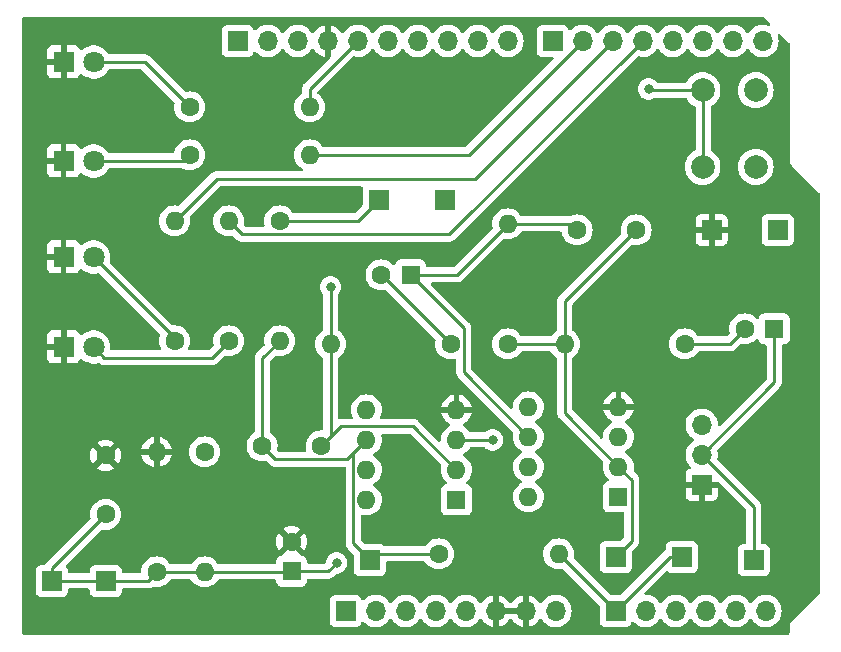
<source format=gbr>
%TF.GenerationSoftware,KiCad,Pcbnew,7.0.1*%
%TF.CreationDate,2023-05-02T20:05:28+02:00*%
%TF.ProjectId,Lab1_SDHD,4c616231-5f53-4444-9844-2e6b69636164,v 1.0*%
%TF.SameCoordinates,Original*%
%TF.FileFunction,Copper,L1,Top*%
%TF.FilePolarity,Positive*%
%FSLAX46Y46*%
G04 Gerber Fmt 4.6, Leading zero omitted, Abs format (unit mm)*
G04 Created by KiCad (PCBNEW 7.0.1) date 2023-05-02 20:05:28*
%MOMM*%
%LPD*%
G01*
G04 APERTURE LIST*
%TA.AperFunction,ComponentPad*%
%ADD10R,1.600000X1.600000*%
%TD*%
%TA.AperFunction,ComponentPad*%
%ADD11C,1.600000*%
%TD*%
%TA.AperFunction,ComponentPad*%
%ADD12O,1.600000X1.600000*%
%TD*%
%TA.AperFunction,ComponentPad*%
%ADD13R,1.800000X1.800000*%
%TD*%
%TA.AperFunction,ComponentPad*%
%ADD14C,1.800000*%
%TD*%
%TA.AperFunction,ComponentPad*%
%ADD15R,1.700000X1.700000*%
%TD*%
%TA.AperFunction,ComponentPad*%
%ADD16O,1.700000X1.700000*%
%TD*%
%TA.AperFunction,ComponentPad*%
%ADD17C,2.000000*%
%TD*%
%TA.AperFunction,ViaPad*%
%ADD18C,0.800000*%
%TD*%
%TA.AperFunction,Conductor*%
%ADD19C,0.250000*%
%TD*%
G04 APERTURE END LIST*
D10*
X133440380Y-69012000D03*
D11*
X130940380Y-69012000D03*
X107620000Y-84292000D03*
X107620000Y-89292000D03*
X141656000Y-74854000D03*
D12*
X141656000Y-64694000D03*
D11*
X113462000Y-74600000D03*
D12*
X113462000Y-64440000D03*
D13*
X104064000Y-50978000D03*
D14*
X106604000Y-50978000D03*
D15*
X103048000Y-94920000D03*
X158928000Y-65202000D03*
X107620000Y-94920000D03*
D11*
X114732000Y-54788000D03*
D12*
X124892000Y-54788000D03*
D15*
X136322000Y-62662000D03*
X129972000Y-93142000D03*
D11*
X116002000Y-83998000D03*
D12*
X116002000Y-94158000D03*
D10*
X123368000Y-94093113D03*
D11*
X123368000Y-91593113D03*
D10*
X137328000Y-88052000D03*
D12*
X137328000Y-85512000D03*
X137328000Y-82972000D03*
X137328000Y-80432000D03*
X129708000Y-80432000D03*
X129708000Y-82972000D03*
X129708000Y-85512000D03*
X129708000Y-88052000D03*
D11*
X122352000Y-64440000D03*
D12*
X122352000Y-74600000D03*
D11*
X156642000Y-74854000D03*
D12*
X146482000Y-74854000D03*
D11*
X152538000Y-65202000D03*
X147538000Y-65202000D03*
X135814000Y-92634000D03*
D12*
X145974000Y-92634000D03*
D13*
X104059000Y-67488000D03*
D14*
X106599000Y-67488000D03*
D15*
X158084000Y-86777000D03*
D16*
X158084000Y-84237000D03*
X158084000Y-81697000D03*
D10*
X164222000Y-73584000D03*
D11*
X161722000Y-73584000D03*
D15*
X150800000Y-92888000D03*
D17*
X162666000Y-53368000D03*
X162666000Y-59868000D03*
X158166000Y-53368000D03*
X158166000Y-59868000D03*
D15*
X162484000Y-93142000D03*
D11*
X136830000Y-74854000D03*
D12*
X126670000Y-74854000D03*
D10*
X151044000Y-87798000D03*
D12*
X151044000Y-85258000D03*
X151044000Y-82718000D03*
X151044000Y-80178000D03*
X143424000Y-80178000D03*
X143424000Y-82718000D03*
X143424000Y-85258000D03*
X143424000Y-87798000D03*
D15*
X130734000Y-62662000D03*
X156388000Y-92888000D03*
D11*
X111938000Y-94158000D03*
D12*
X111938000Y-83998000D03*
D11*
X118034000Y-74600000D03*
D12*
X118034000Y-64440000D03*
D13*
X104064000Y-75108000D03*
D14*
X106604000Y-75108000D03*
D11*
X114732000Y-58852000D03*
D12*
X124892000Y-58852000D03*
D15*
X164516000Y-65202000D03*
D11*
X125868000Y-83490000D03*
X120868000Y-83490000D03*
D13*
X104059000Y-59360000D03*
D14*
X106599000Y-59360000D03*
D15*
X127940000Y-97460000D03*
D16*
X130480000Y-97460000D03*
X133020000Y-97460000D03*
X135560000Y-97460000D03*
X138100000Y-97460000D03*
X140640000Y-97460000D03*
X143180000Y-97460000D03*
X145720000Y-97460000D03*
D15*
X150800000Y-97460000D03*
D16*
X153340000Y-97460000D03*
X155880000Y-97460000D03*
X158420000Y-97460000D03*
X160960000Y-97460000D03*
X163500000Y-97460000D03*
D15*
X118796000Y-49200000D03*
D16*
X121336000Y-49200000D03*
X123876000Y-49200000D03*
X126416000Y-49200000D03*
X128956000Y-49200000D03*
X131496000Y-49200000D03*
X134036000Y-49200000D03*
X136576000Y-49200000D03*
X139116000Y-49200000D03*
X141656000Y-49200000D03*
D15*
X145466000Y-49200000D03*
D16*
X148006000Y-49200000D03*
X150546000Y-49200000D03*
X153086000Y-49200000D03*
X155626000Y-49200000D03*
X158166000Y-49200000D03*
X160706000Y-49200000D03*
X163246000Y-49200000D03*
D18*
X127178000Y-93396000D03*
X140386000Y-82982000D03*
X126670000Y-70028000D03*
X153594000Y-53264000D03*
D19*
X137328000Y-82972000D02*
X140376000Y-82972000D01*
X140376000Y-82972000D02*
X140386000Y-82982000D01*
X111938000Y-94158000D02*
X116002000Y-94158000D01*
X126480887Y-94093113D02*
X127178000Y-93396000D01*
X123368000Y-94093113D02*
X126480887Y-94093113D01*
X116002000Y-94158000D02*
X123303113Y-94158000D01*
X107620000Y-94920000D02*
X103048000Y-94920000D01*
X123303113Y-94158000D02*
X123368000Y-94093113D01*
X111176000Y-94920000D02*
X111938000Y-94158000D01*
X107620000Y-94920000D02*
X111176000Y-94920000D01*
X103048000Y-93864000D02*
X103048000Y-94920000D01*
X107620000Y-89292000D02*
X103048000Y-93864000D01*
X164222000Y-73584000D02*
X164222000Y-78099000D01*
X158084000Y-84237000D02*
X162484000Y-88637000D01*
X162484000Y-88637000D02*
X162484000Y-93142000D01*
X164222000Y-78099000D02*
X158084000Y-84237000D01*
X156642000Y-74854000D02*
X160452000Y-74854000D01*
X160452000Y-74854000D02*
X161722000Y-73584000D01*
X152169000Y-86383000D02*
X152169000Y-91519000D01*
X146482000Y-74854000D02*
X146482000Y-80696000D01*
X146482000Y-80696000D02*
X151044000Y-85258000D01*
X146482000Y-71258000D02*
X152538000Y-65202000D01*
X152169000Y-91519000D02*
X150800000Y-92888000D01*
X146482000Y-74854000D02*
X146482000Y-71258000D01*
X141656000Y-74854000D02*
X146482000Y-74854000D01*
X151044000Y-85258000D02*
X152169000Y-86383000D01*
X137955000Y-73526620D02*
X137955000Y-77249000D01*
X137955000Y-77249000D02*
X143424000Y-82718000D01*
X133440380Y-69012000D02*
X137338000Y-69012000D01*
X133440380Y-69012000D02*
X137955000Y-73526620D01*
X147030000Y-64694000D02*
X147538000Y-65202000D01*
X141656000Y-64694000D02*
X147030000Y-64694000D01*
X137338000Y-69012000D02*
X141656000Y-64694000D01*
X136830000Y-74854000D02*
X130988000Y-69012000D01*
X130988000Y-69012000D02*
X130940380Y-69012000D01*
X126670000Y-74854000D02*
X126670000Y-82688000D01*
X126670000Y-74854000D02*
X126670000Y-70028000D01*
X128956000Y-64440000D02*
X130734000Y-62662000D01*
X137328000Y-85512000D02*
X133663000Y-81847000D01*
X133663000Y-81847000D02*
X127511000Y-81847000D01*
X126670000Y-82688000D02*
X125868000Y-83490000D01*
X127511000Y-81847000D02*
X125868000Y-83490000D01*
X122352000Y-64440000D02*
X128956000Y-64440000D01*
X129708000Y-82972000D02*
X128065000Y-84615000D01*
X130480000Y-92634000D02*
X129972000Y-93142000D01*
X120868000Y-83490000D02*
X120868000Y-76084000D01*
X129972000Y-93142000D02*
X128583000Y-91753000D01*
X128065000Y-84615000D02*
X121993000Y-84615000D01*
X128583000Y-91753000D02*
X128583000Y-84097000D01*
X121993000Y-84615000D02*
X120868000Y-83490000D01*
X120868000Y-76084000D02*
X122352000Y-74600000D01*
X135814000Y-92634000D02*
X130480000Y-92634000D01*
X128583000Y-84097000D02*
X129708000Y-82972000D01*
X156388000Y-92888000D02*
X155372000Y-92888000D01*
X155372000Y-92888000D02*
X150800000Y-97460000D01*
X145974000Y-92634000D02*
X150800000Y-97460000D01*
X106604000Y-50978000D02*
X110922000Y-50978000D01*
X110922000Y-50978000D02*
X114732000Y-54788000D01*
X114224000Y-59360000D02*
X114732000Y-58852000D01*
X106599000Y-59360000D02*
X114224000Y-59360000D01*
X106599000Y-67488000D02*
X113462000Y-74351000D01*
X113462000Y-74351000D02*
X113462000Y-74600000D01*
X107504000Y-76008000D02*
X116626000Y-76008000D01*
X106604000Y-75108000D02*
X107504000Y-76008000D01*
X116626000Y-76008000D02*
X118034000Y-74600000D01*
X124892000Y-54788000D02*
X124892000Y-53264000D01*
X124892000Y-53264000D02*
X128956000Y-49200000D01*
X153698000Y-53368000D02*
X153594000Y-53264000D01*
X158202000Y-53368000D02*
X153698000Y-53368000D01*
X158202000Y-59868000D02*
X158202000Y-53368000D01*
X124892000Y-58852000D02*
X138354000Y-58852000D01*
X138354000Y-58852000D02*
X148006000Y-49200000D01*
X117018000Y-60884000D02*
X138862000Y-60884000D01*
X113462000Y-64440000D02*
X117018000Y-60884000D01*
X138862000Y-60884000D02*
X150546000Y-49200000D01*
X119159000Y-65565000D02*
X136721000Y-65565000D01*
X118034000Y-64440000D02*
X119159000Y-65565000D01*
X136721000Y-65565000D02*
X153086000Y-49200000D01*
%TA.AperFunction,Conductor*%
G36*
X163288777Y-47169939D02*
G01*
X163329005Y-47196819D01*
X163856592Y-47724406D01*
X163889117Y-47781647D01*
X163887756Y-47847469D01*
X163852894Y-47903317D01*
X163794358Y-47933448D01*
X163728649Y-47929368D01*
X163580638Y-47878556D01*
X163358569Y-47841500D01*
X163133431Y-47841500D01*
X162911363Y-47878556D01*
X162698427Y-47951657D01*
X162500424Y-48058811D01*
X162322760Y-48197094D01*
X162170279Y-48362730D01*
X162079809Y-48501205D01*
X162035017Y-48542438D01*
X161976000Y-48557383D01*
X161916983Y-48542438D01*
X161872191Y-48501205D01*
X161781723Y-48362734D01*
X161781722Y-48362732D01*
X161629240Y-48197094D01*
X161451576Y-48058811D01*
X161253574Y-47951658D01*
X161253573Y-47951657D01*
X161253572Y-47951657D01*
X161040636Y-47878556D01*
X160818569Y-47841500D01*
X160593431Y-47841500D01*
X160371363Y-47878556D01*
X160158427Y-47951657D01*
X159960424Y-48058811D01*
X159782760Y-48197094D01*
X159630279Y-48362730D01*
X159539809Y-48501205D01*
X159495017Y-48542438D01*
X159436000Y-48557383D01*
X159376983Y-48542438D01*
X159332191Y-48501205D01*
X159241723Y-48362734D01*
X159241722Y-48362732D01*
X159089240Y-48197094D01*
X158911576Y-48058811D01*
X158713574Y-47951658D01*
X158713573Y-47951657D01*
X158713572Y-47951657D01*
X158500636Y-47878556D01*
X158278569Y-47841500D01*
X158053431Y-47841500D01*
X157831363Y-47878556D01*
X157618427Y-47951657D01*
X157420424Y-48058811D01*
X157242760Y-48197094D01*
X157090279Y-48362730D01*
X156999809Y-48501205D01*
X156955017Y-48542438D01*
X156896000Y-48557383D01*
X156836983Y-48542438D01*
X156792191Y-48501205D01*
X156701723Y-48362734D01*
X156701722Y-48362732D01*
X156549240Y-48197094D01*
X156371576Y-48058811D01*
X156173574Y-47951658D01*
X156173573Y-47951657D01*
X156173572Y-47951657D01*
X155960636Y-47878556D01*
X155738569Y-47841500D01*
X155513431Y-47841500D01*
X155291363Y-47878556D01*
X155078427Y-47951657D01*
X154880424Y-48058811D01*
X154702760Y-48197094D01*
X154550279Y-48362730D01*
X154459809Y-48501205D01*
X154415017Y-48542438D01*
X154356000Y-48557383D01*
X154296983Y-48542438D01*
X154252191Y-48501205D01*
X154161723Y-48362734D01*
X154161722Y-48362732D01*
X154009240Y-48197094D01*
X153831576Y-48058811D01*
X153633574Y-47951658D01*
X153633573Y-47951657D01*
X153633572Y-47951657D01*
X153420636Y-47878556D01*
X153198569Y-47841500D01*
X152973431Y-47841500D01*
X152751363Y-47878556D01*
X152538427Y-47951657D01*
X152340424Y-48058811D01*
X152162760Y-48197094D01*
X152010279Y-48362730D01*
X151919809Y-48501205D01*
X151875017Y-48542438D01*
X151816000Y-48557383D01*
X151756983Y-48542438D01*
X151712191Y-48501205D01*
X151621723Y-48362734D01*
X151621722Y-48362732D01*
X151469240Y-48197094D01*
X151291576Y-48058811D01*
X151093574Y-47951658D01*
X151093573Y-47951657D01*
X151093572Y-47951657D01*
X150880636Y-47878556D01*
X150658569Y-47841500D01*
X150433431Y-47841500D01*
X150211363Y-47878556D01*
X149998427Y-47951657D01*
X149800424Y-48058811D01*
X149622760Y-48197094D01*
X149470279Y-48362730D01*
X149379809Y-48501205D01*
X149335017Y-48542438D01*
X149276000Y-48557383D01*
X149216983Y-48542438D01*
X149172191Y-48501205D01*
X149081723Y-48362734D01*
X149081722Y-48362732D01*
X148929240Y-48197094D01*
X148751576Y-48058811D01*
X148553574Y-47951658D01*
X148553573Y-47951657D01*
X148553572Y-47951657D01*
X148340636Y-47878556D01*
X148118569Y-47841500D01*
X147893431Y-47841500D01*
X147671363Y-47878556D01*
X147458427Y-47951657D01*
X147260424Y-48058811D01*
X147082759Y-48197094D01*
X147019548Y-48265759D01*
X146966924Y-48299612D01*
X146904470Y-48303460D01*
X146848089Y-48276322D01*
X146812138Y-48225110D01*
X146787427Y-48158861D01*
X146766889Y-48103796D01*
X146708951Y-48026400D01*
X146679261Y-47986738D01*
X146562203Y-47899110D01*
X146425205Y-47848011D01*
X146394919Y-47844755D01*
X146364638Y-47841500D01*
X144567362Y-47841500D01*
X144540445Y-47844393D01*
X144506794Y-47848011D01*
X144369796Y-47899110D01*
X144252738Y-47986738D01*
X144165110Y-48103796D01*
X144114011Y-48240794D01*
X144110393Y-48274445D01*
X144107500Y-48301362D01*
X144107500Y-50098638D01*
X144108713Y-50109917D01*
X144114011Y-50159205D01*
X144165110Y-50296203D01*
X144252738Y-50413261D01*
X144369796Y-50500889D01*
X144506794Y-50551988D01*
X144506797Y-50551988D01*
X144506799Y-50551989D01*
X144567362Y-50558500D01*
X145452233Y-50558500D01*
X145508528Y-50572015D01*
X145552551Y-50609615D01*
X145574706Y-50663102D01*
X145570164Y-50720818D01*
X145539914Y-50770181D01*
X138127914Y-58182181D01*
X138087686Y-58209061D01*
X138040233Y-58218500D01*
X126110353Y-58218500D01*
X126053096Y-58204490D01*
X126008779Y-58165624D01*
X125898198Y-58007700D01*
X125736303Y-57845805D01*
X125736300Y-57845802D01*
X125548749Y-57714477D01*
X125548746Y-57714476D01*
X125548744Y-57714474D01*
X125341246Y-57617717D01*
X125341243Y-57617716D01*
X125230664Y-57588086D01*
X125120084Y-57558456D01*
X124892000Y-57538501D01*
X124663915Y-57558456D01*
X124442753Y-57617717D01*
X124235255Y-57714474D01*
X124047696Y-57845805D01*
X123885805Y-58007696D01*
X123885802Y-58007699D01*
X123885802Y-58007700D01*
X123845181Y-58065713D01*
X123754474Y-58195255D01*
X123657717Y-58402753D01*
X123598456Y-58623915D01*
X123578501Y-58852000D01*
X123598456Y-59080084D01*
X123657717Y-59301246D01*
X123754474Y-59508744D01*
X123754476Y-59508746D01*
X123754477Y-59508749D01*
X123885802Y-59696300D01*
X124047700Y-59858198D01*
X124235251Y-59989523D01*
X124235254Y-59989524D01*
X124235255Y-59989525D01*
X124287995Y-60014118D01*
X124338392Y-60057160D01*
X124359421Y-60120010D01*
X124345077Y-60184714D01*
X124299456Y-60232789D01*
X124235591Y-60250500D01*
X117101628Y-60250500D01*
X117080892Y-60248211D01*
X117078091Y-60248299D01*
X117010001Y-60250439D01*
X117006106Y-60250500D01*
X116978144Y-60250500D01*
X116974032Y-60251019D01*
X116962401Y-60251934D01*
X116918110Y-60253326D01*
X116898507Y-60259022D01*
X116879456Y-60262967D01*
X116859203Y-60265525D01*
X116818008Y-60281835D01*
X116806962Y-60285616D01*
X116764405Y-60297981D01*
X116746827Y-60308376D01*
X116729360Y-60316933D01*
X116710384Y-60324446D01*
X116674544Y-60350485D01*
X116664786Y-60356895D01*
X116626637Y-60379457D01*
X116612196Y-60393898D01*
X116597409Y-60406527D01*
X116580892Y-60418528D01*
X116552652Y-60452663D01*
X116544792Y-60461301D01*
X113874430Y-63131663D01*
X113818843Y-63163757D01*
X113754657Y-63163757D01*
X113690088Y-63146456D01*
X113462000Y-63126501D01*
X113233915Y-63146456D01*
X113012753Y-63205717D01*
X112805255Y-63302474D01*
X112805250Y-63302477D01*
X112805251Y-63302477D01*
X112651362Y-63410232D01*
X112617696Y-63433805D01*
X112455805Y-63595696D01*
X112324474Y-63783255D01*
X112227717Y-63990753D01*
X112168456Y-64211915D01*
X112148501Y-64440000D01*
X112168456Y-64668084D01*
X112168457Y-64668087D01*
X112226039Y-64882986D01*
X112227717Y-64889246D01*
X112324474Y-65096744D01*
X112324476Y-65096746D01*
X112324477Y-65096749D01*
X112455802Y-65284300D01*
X112617700Y-65446198D01*
X112805251Y-65577523D01*
X113012757Y-65674284D01*
X113233913Y-65733543D01*
X113462000Y-65753498D01*
X113690087Y-65733543D01*
X113911243Y-65674284D01*
X114118749Y-65577523D01*
X114306300Y-65446198D01*
X114468198Y-65284300D01*
X114599523Y-65096749D01*
X114696284Y-64889243D01*
X114755543Y-64668087D01*
X114775498Y-64440000D01*
X114755543Y-64211913D01*
X114738241Y-64147342D01*
X114738241Y-64083155D01*
X114770333Y-64027569D01*
X117244084Y-61553819D01*
X117284313Y-61526939D01*
X117331766Y-61517500D01*
X129272530Y-61517500D01*
X129330005Y-61531625D01*
X129374387Y-61570781D01*
X129395563Y-61626048D01*
X129388711Y-61684835D01*
X129382011Y-61702796D01*
X129375500Y-61763366D01*
X129375500Y-63073233D01*
X129366061Y-63120686D01*
X129339181Y-63160914D01*
X128729914Y-63770181D01*
X128689686Y-63797061D01*
X128642233Y-63806500D01*
X123570353Y-63806500D01*
X123513096Y-63792490D01*
X123468779Y-63753624D01*
X123358198Y-63595700D01*
X123196303Y-63433805D01*
X123196300Y-63433802D01*
X123008749Y-63302477D01*
X123008746Y-63302476D01*
X123008744Y-63302474D01*
X122801246Y-63205717D01*
X122801243Y-63205716D01*
X122634041Y-63160914D01*
X122580084Y-63146456D01*
X122352000Y-63126501D01*
X122123915Y-63146456D01*
X121902753Y-63205717D01*
X121695255Y-63302474D01*
X121695250Y-63302477D01*
X121695251Y-63302477D01*
X121541362Y-63410232D01*
X121507696Y-63433805D01*
X121345805Y-63595696D01*
X121214474Y-63783255D01*
X121117717Y-63990753D01*
X121058456Y-64211915D01*
X121038501Y-64440000D01*
X121058456Y-64668084D01*
X121087213Y-64775406D01*
X121089055Y-64831691D01*
X121065814Y-64882986D01*
X121022282Y-64918712D01*
X120967438Y-64931500D01*
X119472767Y-64931500D01*
X119425314Y-64922061D01*
X119385086Y-64895181D01*
X119342335Y-64852430D01*
X119310241Y-64796842D01*
X119310242Y-64732654D01*
X119327543Y-64668087D01*
X119347498Y-64440000D01*
X119327543Y-64211915D01*
X119327543Y-64211913D01*
X119268284Y-63990757D01*
X119203581Y-63852000D01*
X119171525Y-63783255D01*
X119171524Y-63783254D01*
X119171523Y-63783251D01*
X119040198Y-63595700D01*
X118878300Y-63433802D01*
X118690749Y-63302477D01*
X118690746Y-63302476D01*
X118690744Y-63302474D01*
X118483246Y-63205717D01*
X118483243Y-63205716D01*
X118316041Y-63160914D01*
X118262084Y-63146456D01*
X118034000Y-63126501D01*
X117805915Y-63146456D01*
X117584753Y-63205717D01*
X117377255Y-63302474D01*
X117377250Y-63302477D01*
X117377251Y-63302477D01*
X117223362Y-63410232D01*
X117189696Y-63433805D01*
X117027805Y-63595696D01*
X116896474Y-63783255D01*
X116799717Y-63990753D01*
X116740456Y-64211915D01*
X116720501Y-64440000D01*
X116740456Y-64668084D01*
X116740457Y-64668087D01*
X116798039Y-64882986D01*
X116799717Y-64889246D01*
X116896474Y-65096744D01*
X116896476Y-65096746D01*
X116896477Y-65096749D01*
X117027802Y-65284300D01*
X117189700Y-65446198D01*
X117377251Y-65577523D01*
X117584757Y-65674284D01*
X117805913Y-65733543D01*
X118034000Y-65753498D01*
X118262088Y-65733543D01*
X118326655Y-65716242D01*
X118390843Y-65716241D01*
X118446431Y-65748335D01*
X118651910Y-65953814D01*
X118664959Y-65970101D01*
X118666999Y-65972016D01*
X118667000Y-65972018D01*
X118716701Y-66018690D01*
X118719434Y-66021338D01*
X118739230Y-66041134D01*
X118742493Y-66043665D01*
X118751369Y-66051245D01*
X118783679Y-66081586D01*
X118801572Y-66091422D01*
X118817831Y-66102103D01*
X118833959Y-66114613D01*
X118874625Y-66132210D01*
X118885106Y-66137346D01*
X118891082Y-66140631D01*
X118923940Y-66158695D01*
X118943710Y-66163771D01*
X118962115Y-66170071D01*
X118980855Y-66178181D01*
X119024630Y-66185113D01*
X119036041Y-66187477D01*
X119078970Y-66198500D01*
X119099384Y-66198500D01*
X119118783Y-66200027D01*
X119138943Y-66203220D01*
X119183056Y-66199050D01*
X119194726Y-66198500D01*
X136637367Y-66198500D01*
X136658108Y-66200789D01*
X136660905Y-66200701D01*
X136660909Y-66200702D01*
X136729017Y-66198560D01*
X136732913Y-66198500D01*
X136760854Y-66198500D01*
X136760856Y-66198500D01*
X136764956Y-66197981D01*
X136776606Y-66197064D01*
X136820889Y-66195673D01*
X136840498Y-66189975D01*
X136859531Y-66186033D01*
X136879797Y-66183474D01*
X136921006Y-66167157D01*
X136932037Y-66163380D01*
X136974593Y-66151018D01*
X136992160Y-66140628D01*
X137009632Y-66132068D01*
X137028617Y-66124552D01*
X137064475Y-66098498D01*
X137074223Y-66092096D01*
X137112362Y-66069542D01*
X137126800Y-66055103D01*
X137141588Y-66042472D01*
X137158107Y-66030472D01*
X137186359Y-65996319D01*
X137194203Y-65987699D01*
X149917903Y-53264000D01*
X152680496Y-53264000D01*
X152683636Y-53293875D01*
X152700458Y-53453929D01*
X152759472Y-53635556D01*
X152854957Y-53800941D01*
X152854960Y-53800944D01*
X152982747Y-53942866D01*
X153071803Y-54007569D01*
X153137248Y-54055118D01*
X153311714Y-54132795D01*
X153498511Y-54172500D01*
X153498513Y-54172500D01*
X153689487Y-54172500D01*
X153689489Y-54172500D01*
X153876285Y-54132795D01*
X153876286Y-54132794D01*
X153876288Y-54132794D01*
X154050752Y-54055118D01*
X154067589Y-54042885D01*
X154091956Y-54025182D01*
X154126523Y-54007569D01*
X154164841Y-54001500D01*
X156715555Y-54001500D01*
X156776144Y-54017310D01*
X156821281Y-54060709D01*
X156941824Y-54257416D01*
X157096031Y-54437969D01*
X157276584Y-54592176D01*
X157437290Y-54690657D01*
X157479037Y-54716240D01*
X157491955Y-54721591D01*
X157532182Y-54748471D01*
X157559061Y-54788699D01*
X157568500Y-54836151D01*
X157568500Y-58399849D01*
X157559061Y-58447301D01*
X157532182Y-58487529D01*
X157491955Y-58514409D01*
X157479037Y-58519759D01*
X157276585Y-58643823D01*
X157096031Y-58798031D01*
X156941823Y-58978585D01*
X156817761Y-59181035D01*
X156726894Y-59400406D01*
X156671465Y-59631287D01*
X156652835Y-59868000D01*
X156671465Y-60104712D01*
X156726894Y-60335593D01*
X156772327Y-60445278D01*
X156817760Y-60554963D01*
X156941824Y-60757416D01*
X157096031Y-60937969D01*
X157276584Y-61092176D01*
X157479037Y-61216240D01*
X157698406Y-61307105D01*
X157929289Y-61362535D01*
X158166000Y-61381165D01*
X158402711Y-61362535D01*
X158633594Y-61307105D01*
X158852963Y-61216240D01*
X159055416Y-61092176D01*
X159235969Y-60937969D01*
X159390176Y-60757416D01*
X159514240Y-60554963D01*
X159605105Y-60335594D01*
X159660535Y-60104711D01*
X159679165Y-59868000D01*
X161152835Y-59868000D01*
X161171465Y-60104712D01*
X161226894Y-60335593D01*
X161272327Y-60445278D01*
X161317760Y-60554963D01*
X161441824Y-60757416D01*
X161596031Y-60937969D01*
X161776584Y-61092176D01*
X161979037Y-61216240D01*
X162198406Y-61307105D01*
X162429289Y-61362535D01*
X162666000Y-61381165D01*
X162902711Y-61362535D01*
X163133594Y-61307105D01*
X163352963Y-61216240D01*
X163555416Y-61092176D01*
X163735969Y-60937969D01*
X163890176Y-60757416D01*
X164014240Y-60554963D01*
X164105105Y-60335594D01*
X164160535Y-60104711D01*
X164179165Y-59868000D01*
X164160535Y-59631289D01*
X164105105Y-59400406D01*
X164014240Y-59181037D01*
X163890176Y-58978584D01*
X163735969Y-58798031D01*
X163555416Y-58643824D01*
X163352963Y-58519760D01*
X163243278Y-58474327D01*
X163133593Y-58428894D01*
X162902712Y-58373465D01*
X162666000Y-58354835D01*
X162429287Y-58373465D01*
X162198406Y-58428894D01*
X162046256Y-58491917D01*
X161979040Y-58519759D01*
X161979035Y-58519761D01*
X161776585Y-58643823D01*
X161596031Y-58798031D01*
X161441823Y-58978585D01*
X161317761Y-59181035D01*
X161226894Y-59400406D01*
X161171465Y-59631287D01*
X161152835Y-59868000D01*
X159679165Y-59868000D01*
X159660535Y-59631289D01*
X159605105Y-59400406D01*
X159514240Y-59181037D01*
X159390176Y-58978584D01*
X159235969Y-58798031D01*
X159055416Y-58643824D01*
X158894709Y-58545342D01*
X158851310Y-58500205D01*
X158835500Y-58439616D01*
X158835500Y-54796384D01*
X158851310Y-54735795D01*
X158894710Y-54690657D01*
X159055416Y-54592176D01*
X159235969Y-54437969D01*
X159390176Y-54257416D01*
X159514240Y-54054963D01*
X159605105Y-53835594D01*
X159660535Y-53604711D01*
X159679165Y-53368000D01*
X159679165Y-53367999D01*
X161152835Y-53367999D01*
X161171465Y-53604712D01*
X161226894Y-53835593D01*
X161271328Y-53942866D01*
X161317760Y-54054963D01*
X161441824Y-54257416D01*
X161596031Y-54437969D01*
X161776584Y-54592176D01*
X161979037Y-54716240D01*
X162198406Y-54807105D01*
X162429289Y-54862535D01*
X162666000Y-54881165D01*
X162902711Y-54862535D01*
X163133594Y-54807105D01*
X163352963Y-54716240D01*
X163555416Y-54592176D01*
X163735969Y-54437969D01*
X163890176Y-54257416D01*
X164014240Y-54054963D01*
X164105105Y-53835594D01*
X164160535Y-53604711D01*
X164179165Y-53368000D01*
X164160535Y-53131289D01*
X164105105Y-52900406D01*
X164014240Y-52681037D01*
X163890176Y-52478584D01*
X163735969Y-52298031D01*
X163555416Y-52143824D01*
X163352963Y-52019760D01*
X163240395Y-51973133D01*
X163133593Y-51928894D01*
X162902712Y-51873465D01*
X162666000Y-51854835D01*
X162429287Y-51873465D01*
X162198406Y-51928894D01*
X162062050Y-51985375D01*
X161983726Y-52017818D01*
X161979035Y-52019761D01*
X161776585Y-52143823D01*
X161596031Y-52298031D01*
X161441823Y-52478585D01*
X161317761Y-52681035D01*
X161226894Y-52900406D01*
X161171465Y-53131287D01*
X161152835Y-53367999D01*
X159679165Y-53367999D01*
X159660535Y-53131289D01*
X159605105Y-52900406D01*
X159514240Y-52681037D01*
X159390176Y-52478584D01*
X159235969Y-52298031D01*
X159055416Y-52143824D01*
X158852963Y-52019760D01*
X158740395Y-51973133D01*
X158633593Y-51928894D01*
X158402712Y-51873465D01*
X158166000Y-51854835D01*
X157929287Y-51873465D01*
X157698406Y-51928894D01*
X157562050Y-51985375D01*
X157483726Y-52017818D01*
X157479035Y-52019761D01*
X157276585Y-52143823D01*
X157096031Y-52298031D01*
X156941823Y-52478585D01*
X156821282Y-52675290D01*
X156776144Y-52718690D01*
X156715555Y-52734500D01*
X154394951Y-52734500D01*
X154344516Y-52723780D01*
X154302801Y-52693472D01*
X154286430Y-52675290D01*
X154205253Y-52585134D01*
X154083927Y-52496985D01*
X154050751Y-52472881D01*
X153876285Y-52395204D01*
X153689489Y-52355500D01*
X153689487Y-52355500D01*
X153498513Y-52355500D01*
X153498511Y-52355500D01*
X153311714Y-52395204D01*
X153137248Y-52472881D01*
X152982748Y-52585133D01*
X152854957Y-52727058D01*
X152759472Y-52892443D01*
X152700458Y-53074070D01*
X152694444Y-53131289D01*
X152680496Y-53264000D01*
X149917903Y-53264000D01*
X152628960Y-50552943D01*
X152688694Y-50519816D01*
X152740769Y-50522511D01*
X152741230Y-50519753D01*
X152973431Y-50558500D01*
X153198569Y-50558500D01*
X153420635Y-50521444D01*
X153633574Y-50448342D01*
X153831576Y-50341189D01*
X154009240Y-50202906D01*
X154161722Y-50037268D01*
X154231097Y-49931080D01*
X154252191Y-49898795D01*
X154296982Y-49857561D01*
X154356000Y-49842616D01*
X154415018Y-49857561D01*
X154459809Y-49898795D01*
X154545644Y-50030176D01*
X154550278Y-50037268D01*
X154702760Y-50202906D01*
X154880424Y-50341189D01*
X155078426Y-50448342D01*
X155291365Y-50521444D01*
X155513431Y-50558500D01*
X155738569Y-50558500D01*
X155960635Y-50521444D01*
X156173574Y-50448342D01*
X156371576Y-50341189D01*
X156549240Y-50202906D01*
X156701722Y-50037268D01*
X156771097Y-49931080D01*
X156792191Y-49898795D01*
X156836982Y-49857561D01*
X156896000Y-49842616D01*
X156955018Y-49857561D01*
X156999809Y-49898795D01*
X157085644Y-50030176D01*
X157090278Y-50037268D01*
X157242760Y-50202906D01*
X157420424Y-50341189D01*
X157618426Y-50448342D01*
X157831365Y-50521444D01*
X158053431Y-50558500D01*
X158278569Y-50558500D01*
X158500635Y-50521444D01*
X158713574Y-50448342D01*
X158911576Y-50341189D01*
X159089240Y-50202906D01*
X159241722Y-50037268D01*
X159311097Y-49931080D01*
X159332191Y-49898795D01*
X159376982Y-49857561D01*
X159436000Y-49842616D01*
X159495018Y-49857561D01*
X159539809Y-49898795D01*
X159625644Y-50030176D01*
X159630278Y-50037268D01*
X159782760Y-50202906D01*
X159960424Y-50341189D01*
X160158426Y-50448342D01*
X160371365Y-50521444D01*
X160593431Y-50558500D01*
X160818569Y-50558500D01*
X161040635Y-50521444D01*
X161253574Y-50448342D01*
X161451576Y-50341189D01*
X161629240Y-50202906D01*
X161781722Y-50037268D01*
X161851097Y-49931080D01*
X161872191Y-49898795D01*
X161916982Y-49857561D01*
X161976000Y-49842616D01*
X162035018Y-49857561D01*
X162079809Y-49898795D01*
X162165644Y-50030176D01*
X162170278Y-50037268D01*
X162322760Y-50202906D01*
X162500424Y-50341189D01*
X162698426Y-50448342D01*
X162911365Y-50521444D01*
X163133431Y-50558500D01*
X163358569Y-50558500D01*
X163580635Y-50521444D01*
X163793574Y-50448342D01*
X163991576Y-50341189D01*
X164169240Y-50202906D01*
X164321722Y-50037268D01*
X164444860Y-49848791D01*
X164535296Y-49642616D01*
X164590564Y-49424368D01*
X164609156Y-49200000D01*
X164590564Y-48975632D01*
X164535296Y-48757384D01*
X164523147Y-48729688D01*
X164513927Y-48662510D01*
X164541422Y-48600524D01*
X164597412Y-48562270D01*
X164665153Y-48559187D01*
X164724385Y-48592199D01*
X165503181Y-49370995D01*
X165530061Y-49411223D01*
X165539500Y-49458676D01*
X165539500Y-59292856D01*
X165536666Y-59319214D01*
X165535640Y-59323926D01*
X165539184Y-59373461D01*
X165539500Y-59382308D01*
X165539500Y-59395803D01*
X165541419Y-59409153D01*
X165542365Y-59417947D01*
X165545909Y-59467483D01*
X165547024Y-59470474D01*
X165547594Y-59472001D01*
X165554147Y-59497676D01*
X165554712Y-59501603D01*
X165554835Y-59502458D01*
X165575457Y-59547612D01*
X165578845Y-59555790D01*
X165596204Y-59602331D01*
X165599095Y-59606194D01*
X165612620Y-59628987D01*
X165614622Y-59633372D01*
X165614623Y-59633373D01*
X165647147Y-59670907D01*
X165652689Y-59677786D01*
X165660779Y-59688593D01*
X165670321Y-59698135D01*
X165676354Y-59704615D01*
X165708870Y-59742142D01*
X165712927Y-59744749D01*
X165733571Y-59761385D01*
X168043181Y-62070995D01*
X168070061Y-62111223D01*
X168079500Y-62158676D01*
X168079500Y-95931324D01*
X168070061Y-95978777D01*
X168043181Y-96019005D01*
X165733569Y-98328615D01*
X165712936Y-98345244D01*
X165708872Y-98347855D01*
X165676351Y-98385386D01*
X165670330Y-98391854D01*
X165660777Y-98401408D01*
X165652677Y-98412227D01*
X165647132Y-98419107D01*
X165614624Y-98456624D01*
X165612618Y-98461017D01*
X165599098Y-98483802D01*
X165596203Y-98487668D01*
X165578851Y-98534191D01*
X165575466Y-98542365D01*
X165554834Y-98587545D01*
X165554147Y-98592323D01*
X165547596Y-98617990D01*
X165545909Y-98622513D01*
X165542365Y-98672053D01*
X165541420Y-98680846D01*
X165539500Y-98694204D01*
X165539500Y-98707692D01*
X165539184Y-98716539D01*
X165535640Y-98766073D01*
X165536666Y-98770786D01*
X165539500Y-98797144D01*
X165539500Y-99228243D01*
X165537973Y-99247642D01*
X165529773Y-99299411D01*
X165517785Y-99336307D01*
X165498474Y-99374207D01*
X165475670Y-99405593D01*
X165445593Y-99435670D01*
X165414207Y-99458474D01*
X165376307Y-99477785D01*
X165339411Y-99489773D01*
X165309068Y-99494579D01*
X165287639Y-99497973D01*
X165268243Y-99499500D01*
X100771757Y-99499500D01*
X100752360Y-99497973D01*
X100718098Y-99492546D01*
X100700588Y-99489773D01*
X100663695Y-99477786D01*
X100625790Y-99458472D01*
X100594406Y-99435670D01*
X100564329Y-99405593D01*
X100541528Y-99374211D01*
X100522212Y-99336301D01*
X100510227Y-99299417D01*
X100502025Y-99247629D01*
X100500500Y-99228243D01*
X100500500Y-98358634D01*
X126581500Y-98358634D01*
X126588011Y-98419205D01*
X126639110Y-98556203D01*
X126726738Y-98673261D01*
X126843796Y-98760889D01*
X126980794Y-98811988D01*
X126980797Y-98811988D01*
X126980799Y-98811989D01*
X127041362Y-98818500D01*
X128838634Y-98818500D01*
X128838638Y-98818500D01*
X128899201Y-98811989D01*
X128899203Y-98811988D01*
X128899205Y-98811988D01*
X129022305Y-98766073D01*
X129036204Y-98760889D01*
X129153261Y-98673261D01*
X129240889Y-98556204D01*
X129286137Y-98434889D01*
X129322089Y-98383677D01*
X129378471Y-98356539D01*
X129440925Y-98360387D01*
X129493548Y-98394241D01*
X129555021Y-98461017D01*
X129556760Y-98462906D01*
X129734424Y-98601189D01*
X129932426Y-98708342D01*
X130145365Y-98781444D01*
X130367431Y-98818500D01*
X130592569Y-98818500D01*
X130814635Y-98781444D01*
X131027574Y-98708342D01*
X131225576Y-98601189D01*
X131403240Y-98462906D01*
X131555722Y-98297268D01*
X131646190Y-98158795D01*
X131690982Y-98117561D01*
X131750000Y-98102616D01*
X131809018Y-98117561D01*
X131853809Y-98158795D01*
X131944278Y-98297268D01*
X132096760Y-98462906D01*
X132274424Y-98601189D01*
X132472426Y-98708342D01*
X132685365Y-98781444D01*
X132907431Y-98818500D01*
X133132569Y-98818500D01*
X133354635Y-98781444D01*
X133567574Y-98708342D01*
X133765576Y-98601189D01*
X133943240Y-98462906D01*
X134095722Y-98297268D01*
X134186190Y-98158795D01*
X134230982Y-98117561D01*
X134290000Y-98102616D01*
X134349018Y-98117561D01*
X134393809Y-98158795D01*
X134484278Y-98297268D01*
X134636760Y-98462906D01*
X134814424Y-98601189D01*
X135012426Y-98708342D01*
X135225365Y-98781444D01*
X135447431Y-98818500D01*
X135672569Y-98818500D01*
X135894635Y-98781444D01*
X136107574Y-98708342D01*
X136305576Y-98601189D01*
X136483240Y-98462906D01*
X136635722Y-98297268D01*
X136726190Y-98158795D01*
X136770982Y-98117561D01*
X136830000Y-98102616D01*
X136889018Y-98117561D01*
X136933809Y-98158795D01*
X137024278Y-98297268D01*
X137176760Y-98462906D01*
X137354424Y-98601189D01*
X137552426Y-98708342D01*
X137765365Y-98781444D01*
X137987431Y-98818500D01*
X138212569Y-98818500D01*
X138434635Y-98781444D01*
X138647574Y-98708342D01*
X138845576Y-98601189D01*
X139023240Y-98462906D01*
X139175722Y-98297268D01*
X139269748Y-98153349D01*
X139313663Y-98112595D01*
X139371562Y-98097188D01*
X139429926Y-98110726D01*
X139475131Y-98150048D01*
X139601892Y-98331080D01*
X139768918Y-98498106D01*
X139962423Y-98633600D01*
X140176507Y-98733430D01*
X140389999Y-98790635D01*
X140390000Y-98790636D01*
X140390000Y-97710000D01*
X140890000Y-97710000D01*
X140890000Y-98790635D01*
X141103492Y-98733430D01*
X141317576Y-98633600D01*
X141511081Y-98498106D01*
X141678106Y-98331081D01*
X141808425Y-98144968D01*
X141852743Y-98106103D01*
X141910000Y-98092092D01*
X141967257Y-98106103D01*
X142011575Y-98144968D01*
X142141893Y-98331081D01*
X142308918Y-98498106D01*
X142502423Y-98633600D01*
X142716507Y-98733430D01*
X142929999Y-98790635D01*
X142930000Y-98790636D01*
X142930000Y-98790635D01*
X143430000Y-98790635D01*
X143643492Y-98733430D01*
X143857576Y-98633600D01*
X144051081Y-98498106D01*
X144218106Y-98331081D01*
X144344868Y-98150048D01*
X144390072Y-98110726D01*
X144448436Y-98097188D01*
X144506335Y-98112595D01*
X144550252Y-98153351D01*
X144644276Y-98297267D01*
X144723824Y-98383677D01*
X144796760Y-98462906D01*
X144974424Y-98601189D01*
X145172426Y-98708342D01*
X145385365Y-98781444D01*
X145607431Y-98818500D01*
X145832569Y-98818500D01*
X146054635Y-98781444D01*
X146267574Y-98708342D01*
X146465576Y-98601189D01*
X146643240Y-98462906D01*
X146795722Y-98297268D01*
X146918860Y-98108791D01*
X147009296Y-97902616D01*
X147064564Y-97684368D01*
X147083156Y-97460000D01*
X147064564Y-97235632D01*
X147009296Y-97017384D01*
X146918860Y-96811209D01*
X146795722Y-96622732D01*
X146643240Y-96457094D01*
X146465576Y-96318811D01*
X146267574Y-96211658D01*
X146267573Y-96211657D01*
X146267572Y-96211657D01*
X146054636Y-96138556D01*
X145832569Y-96101500D01*
X145607431Y-96101500D01*
X145385363Y-96138556D01*
X145172427Y-96211657D01*
X144974424Y-96318811D01*
X144796760Y-96457094D01*
X144644275Y-96622734D01*
X144550250Y-96766650D01*
X144506334Y-96807405D01*
X144448435Y-96822812D01*
X144390071Y-96809274D01*
X144344867Y-96769951D01*
X144218109Y-96588921D01*
X144051081Y-96421893D01*
X143857576Y-96286399D01*
X143643492Y-96186569D01*
X143430000Y-96129364D01*
X143430000Y-98790635D01*
X142930000Y-98790635D01*
X142930000Y-97710000D01*
X140890000Y-97710000D01*
X140390000Y-97710000D01*
X140390000Y-97210000D01*
X140890000Y-97210000D01*
X142930000Y-97210000D01*
X142930000Y-96129364D01*
X142929999Y-96129364D01*
X142716507Y-96186569D01*
X142502421Y-96286400D01*
X142308921Y-96421890D01*
X142141893Y-96588918D01*
X142011575Y-96775032D01*
X141967257Y-96813897D01*
X141910000Y-96827908D01*
X141852743Y-96813897D01*
X141808425Y-96775032D01*
X141678106Y-96588918D01*
X141511081Y-96421893D01*
X141317576Y-96286399D01*
X141103492Y-96186569D01*
X140890000Y-96129364D01*
X140890000Y-97210000D01*
X140390000Y-97210000D01*
X140390000Y-96129364D01*
X140389999Y-96129364D01*
X140176507Y-96186569D01*
X139962421Y-96286400D01*
X139768921Y-96421890D01*
X139601893Y-96588918D01*
X139475132Y-96769952D01*
X139429928Y-96809274D01*
X139371564Y-96822812D01*
X139313665Y-96807405D01*
X139269748Y-96766649D01*
X139175723Y-96622732D01*
X139066646Y-96504245D01*
X139023240Y-96457094D01*
X138845576Y-96318811D01*
X138647574Y-96211658D01*
X138647573Y-96211657D01*
X138647572Y-96211657D01*
X138434636Y-96138556D01*
X138212569Y-96101500D01*
X137987431Y-96101500D01*
X137765363Y-96138556D01*
X137552427Y-96211657D01*
X137354424Y-96318811D01*
X137176760Y-96457094D01*
X137024279Y-96622730D01*
X136933809Y-96761205D01*
X136889017Y-96802438D01*
X136830000Y-96817383D01*
X136770983Y-96802438D01*
X136726191Y-96761205D01*
X136635723Y-96622734D01*
X136635722Y-96622732D01*
X136483240Y-96457094D01*
X136305576Y-96318811D01*
X136107574Y-96211658D01*
X136107573Y-96211657D01*
X136107572Y-96211657D01*
X135894636Y-96138556D01*
X135672569Y-96101500D01*
X135447431Y-96101500D01*
X135225363Y-96138556D01*
X135012427Y-96211657D01*
X134814424Y-96318811D01*
X134636760Y-96457094D01*
X134484279Y-96622730D01*
X134393809Y-96761205D01*
X134349017Y-96802438D01*
X134290000Y-96817383D01*
X134230983Y-96802438D01*
X134186191Y-96761205D01*
X134095723Y-96622734D01*
X134095722Y-96622732D01*
X133943240Y-96457094D01*
X133765576Y-96318811D01*
X133567574Y-96211658D01*
X133567573Y-96211657D01*
X133567572Y-96211657D01*
X133354636Y-96138556D01*
X133132569Y-96101500D01*
X132907431Y-96101500D01*
X132685363Y-96138556D01*
X132472427Y-96211657D01*
X132274424Y-96318811D01*
X132096760Y-96457094D01*
X131944279Y-96622730D01*
X131853809Y-96761205D01*
X131809017Y-96802438D01*
X131750000Y-96817383D01*
X131690983Y-96802438D01*
X131646191Y-96761205D01*
X131555723Y-96622734D01*
X131555722Y-96622732D01*
X131403240Y-96457094D01*
X131225576Y-96318811D01*
X131027574Y-96211658D01*
X131027573Y-96211657D01*
X131027572Y-96211657D01*
X130814636Y-96138556D01*
X130592569Y-96101500D01*
X130367431Y-96101500D01*
X130145363Y-96138556D01*
X129932427Y-96211657D01*
X129734424Y-96318811D01*
X129556759Y-96457094D01*
X129493548Y-96525759D01*
X129440924Y-96559612D01*
X129378470Y-96563460D01*
X129322089Y-96536322D01*
X129286138Y-96485110D01*
X129247552Y-96381660D01*
X129240889Y-96363796D01*
X129182951Y-96286400D01*
X129153261Y-96246738D01*
X129036203Y-96159110D01*
X128899205Y-96108011D01*
X128868919Y-96104755D01*
X128838638Y-96101500D01*
X127041362Y-96101500D01*
X127014445Y-96104393D01*
X126980794Y-96108011D01*
X126843796Y-96159110D01*
X126726738Y-96246738D01*
X126639110Y-96363796D01*
X126588011Y-96500794D01*
X126584735Y-96531267D01*
X126581689Y-96559612D01*
X126581500Y-96561366D01*
X126581500Y-98358634D01*
X100500500Y-98358634D01*
X100500500Y-95818634D01*
X101689500Y-95818634D01*
X101696011Y-95879205D01*
X101747110Y-96016203D01*
X101834738Y-96133261D01*
X101951796Y-96220889D01*
X102088794Y-96271988D01*
X102088797Y-96271988D01*
X102088799Y-96271989D01*
X102149362Y-96278500D01*
X103946634Y-96278500D01*
X103946638Y-96278500D01*
X104007201Y-96271989D01*
X104007203Y-96271988D01*
X104007205Y-96271988D01*
X104085124Y-96242924D01*
X104144204Y-96220889D01*
X104261261Y-96133261D01*
X104348889Y-96016204D01*
X104399989Y-95879201D01*
X104406500Y-95818638D01*
X104406500Y-95677500D01*
X104423113Y-95615500D01*
X104468500Y-95570113D01*
X104530500Y-95553500D01*
X106137500Y-95553500D01*
X106199500Y-95570113D01*
X106244887Y-95615500D01*
X106261500Y-95677500D01*
X106261500Y-95818634D01*
X106268011Y-95879205D01*
X106319110Y-96016203D01*
X106406738Y-96133261D01*
X106523796Y-96220889D01*
X106660794Y-96271988D01*
X106660797Y-96271988D01*
X106660799Y-96271989D01*
X106721362Y-96278500D01*
X108518634Y-96278500D01*
X108518638Y-96278500D01*
X108579201Y-96271989D01*
X108579203Y-96271988D01*
X108579205Y-96271988D01*
X108657124Y-96242924D01*
X108716204Y-96220889D01*
X108833261Y-96133261D01*
X108920889Y-96016204D01*
X108971989Y-95879201D01*
X108978500Y-95818638D01*
X108978500Y-95677500D01*
X108995113Y-95615500D01*
X109040500Y-95570113D01*
X109102500Y-95553500D01*
X111092367Y-95553500D01*
X111113108Y-95555789D01*
X111115905Y-95555701D01*
X111115909Y-95555702D01*
X111184017Y-95553560D01*
X111187913Y-95553500D01*
X111215854Y-95553500D01*
X111215856Y-95553500D01*
X111219956Y-95552981D01*
X111231606Y-95552064D01*
X111275889Y-95550673D01*
X111295498Y-95544975D01*
X111314531Y-95541033D01*
X111334797Y-95538474D01*
X111376006Y-95522157D01*
X111387037Y-95518380D01*
X111429593Y-95506018D01*
X111447160Y-95495628D01*
X111464632Y-95487068D01*
X111483617Y-95479552D01*
X111519475Y-95453498D01*
X111529209Y-95447104D01*
X111535525Y-95443369D01*
X111581814Y-95427249D01*
X111630738Y-95430328D01*
X111709911Y-95451543D01*
X111938000Y-95471498D01*
X112166087Y-95451543D01*
X112387243Y-95392284D01*
X112594749Y-95295523D01*
X112782300Y-95164198D01*
X112944198Y-95002300D01*
X113004976Y-94915500D01*
X113054779Y-94844376D01*
X113099096Y-94805510D01*
X113156353Y-94791500D01*
X114783647Y-94791500D01*
X114840904Y-94805510D01*
X114885221Y-94844376D01*
X114995801Y-95002299D01*
X114995802Y-95002300D01*
X115157700Y-95164198D01*
X115345251Y-95295523D01*
X115552757Y-95392284D01*
X115773913Y-95451543D01*
X116002000Y-95471498D01*
X116230087Y-95451543D01*
X116451243Y-95392284D01*
X116658749Y-95295523D01*
X116846300Y-95164198D01*
X117008198Y-95002300D01*
X117068976Y-94915500D01*
X117118779Y-94844376D01*
X117163096Y-94805510D01*
X117220353Y-94791500D01*
X121935500Y-94791500D01*
X121997500Y-94808113D01*
X122042887Y-94853500D01*
X122059500Y-94915500D01*
X122059500Y-94941747D01*
X122066011Y-95002318D01*
X122117110Y-95139316D01*
X122204738Y-95256374D01*
X122321796Y-95344002D01*
X122458794Y-95395101D01*
X122458797Y-95395101D01*
X122458799Y-95395102D01*
X122519362Y-95401613D01*
X124216634Y-95401613D01*
X124216638Y-95401613D01*
X124277201Y-95395102D01*
X124277203Y-95395101D01*
X124277205Y-95395101D01*
X124355124Y-95366037D01*
X124414204Y-95344002D01*
X124531261Y-95256374D01*
X124618889Y-95139317D01*
X124669989Y-95002314D01*
X124676500Y-94941751D01*
X124676500Y-94850613D01*
X124693113Y-94788613D01*
X124738500Y-94743226D01*
X124800500Y-94726613D01*
X126397254Y-94726613D01*
X126417995Y-94728902D01*
X126420792Y-94728814D01*
X126420796Y-94728815D01*
X126488904Y-94726673D01*
X126492800Y-94726613D01*
X126520741Y-94726613D01*
X126520743Y-94726613D01*
X126524843Y-94726094D01*
X126536493Y-94725177D01*
X126580776Y-94723786D01*
X126600385Y-94718088D01*
X126619418Y-94714146D01*
X126639684Y-94711587D01*
X126680893Y-94695270D01*
X126691924Y-94691493D01*
X126734480Y-94679131D01*
X126752047Y-94668741D01*
X126769519Y-94660181D01*
X126788504Y-94652665D01*
X126824362Y-94626611D01*
X126834110Y-94620209D01*
X126872249Y-94597655D01*
X126886687Y-94583216D01*
X126901475Y-94570585D01*
X126917994Y-94558585D01*
X126946246Y-94524432D01*
X126954080Y-94515822D01*
X127129087Y-94340816D01*
X127169314Y-94313939D01*
X127216766Y-94304500D01*
X127273489Y-94304500D01*
X127460285Y-94264795D01*
X127460286Y-94264794D01*
X127460288Y-94264794D01*
X127634752Y-94187118D01*
X127789253Y-94074866D01*
X127917040Y-93932944D01*
X127920159Y-93927543D01*
X128012527Y-93767556D01*
X128034089Y-93701195D01*
X128071542Y-93585928D01*
X128091504Y-93396000D01*
X128071542Y-93206072D01*
X128031632Y-93083243D01*
X128012527Y-93024443D01*
X127917042Y-92859058D01*
X127897442Y-92837291D01*
X127789253Y-92717134D01*
X127634752Y-92604882D01*
X127634751Y-92604881D01*
X127460285Y-92527204D01*
X127273489Y-92487500D01*
X127273487Y-92487500D01*
X127082513Y-92487500D01*
X127082511Y-92487500D01*
X126895714Y-92527204D01*
X126721248Y-92604881D01*
X126566748Y-92717133D01*
X126438957Y-92859058D01*
X126343472Y-93024443D01*
X126284458Y-93206070D01*
X126284457Y-93206072D01*
X126284458Y-93206072D01*
X126271486Y-93329500D01*
X126269481Y-93348575D01*
X126248961Y-93404953D01*
X126204374Y-93445099D01*
X126146160Y-93459613D01*
X124800500Y-93459613D01*
X124738500Y-93443000D01*
X124693113Y-93397613D01*
X124676500Y-93335613D01*
X124676500Y-93244479D01*
X124669988Y-93183907D01*
X124618889Y-93046909D01*
X124531261Y-92929851D01*
X124414203Y-92842223D01*
X124277205Y-92791124D01*
X124242902Y-92787436D01*
X124216638Y-92784613D01*
X124216635Y-92784613D01*
X124210030Y-92783903D01*
X124210219Y-92782135D01*
X124153857Y-92766151D01*
X124108143Y-92716263D01*
X124101173Y-92679839D01*
X123368001Y-91946666D01*
X123368000Y-91946666D01*
X122634825Y-92679839D01*
X122627856Y-92716263D01*
X122582142Y-92766151D01*
X122525780Y-92782135D01*
X122525970Y-92783903D01*
X122519365Y-92784613D01*
X122519362Y-92784613D01*
X122496818Y-92787036D01*
X122458794Y-92791124D01*
X122321796Y-92842223D01*
X122204738Y-92929851D01*
X122117110Y-93046909D01*
X122066011Y-93183907D01*
X122059500Y-93244479D01*
X122059500Y-93400500D01*
X122042887Y-93462500D01*
X121997500Y-93507887D01*
X121935500Y-93524500D01*
X117220353Y-93524500D01*
X117163096Y-93510490D01*
X117118779Y-93471624D01*
X117008198Y-93313700D01*
X116846303Y-93151805D01*
X116846302Y-93151804D01*
X116846300Y-93151802D01*
X116658749Y-93020477D01*
X116658746Y-93020476D01*
X116658744Y-93020474D01*
X116451246Y-92923717D01*
X116451243Y-92923716D01*
X116340665Y-92894086D01*
X116230084Y-92864456D01*
X116002000Y-92844501D01*
X115773915Y-92864456D01*
X115552753Y-92923717D01*
X115345255Y-93020474D01*
X115157696Y-93151805D01*
X114995801Y-93313700D01*
X114885221Y-93471624D01*
X114840904Y-93510490D01*
X114783647Y-93524500D01*
X113156353Y-93524500D01*
X113099096Y-93510490D01*
X113054779Y-93471624D01*
X112944198Y-93313700D01*
X112782303Y-93151805D01*
X112782302Y-93151804D01*
X112782300Y-93151802D01*
X112594749Y-93020477D01*
X112594746Y-93020476D01*
X112594744Y-93020474D01*
X112387246Y-92923717D01*
X112387243Y-92923716D01*
X112276665Y-92894086D01*
X112166084Y-92864456D01*
X111938000Y-92844501D01*
X111709915Y-92864456D01*
X111488753Y-92923717D01*
X111281255Y-93020474D01*
X111093696Y-93151805D01*
X110931805Y-93313696D01*
X110931802Y-93313699D01*
X110931802Y-93313700D01*
X110920739Y-93329500D01*
X110800474Y-93501255D01*
X110703717Y-93708753D01*
X110644456Y-93929915D01*
X110623556Y-94168807D01*
X110620720Y-94168558D01*
X110611235Y-94218146D01*
X110565521Y-94268037D01*
X110500422Y-94286500D01*
X109102500Y-94286500D01*
X109040500Y-94269887D01*
X108995113Y-94224500D01*
X108978500Y-94162500D01*
X108978500Y-94021366D01*
X108971988Y-93960794D01*
X108920889Y-93823796D01*
X108833261Y-93706738D01*
X108716203Y-93619110D01*
X108579205Y-93568011D01*
X108548919Y-93564755D01*
X108518638Y-93561500D01*
X106721362Y-93561500D01*
X106694445Y-93564393D01*
X106660794Y-93568011D01*
X106523796Y-93619110D01*
X106406738Y-93706738D01*
X106319110Y-93823796D01*
X106268011Y-93960794D01*
X106261500Y-94021366D01*
X106261500Y-94162500D01*
X106244887Y-94224500D01*
X106199500Y-94269887D01*
X106137500Y-94286500D01*
X104530500Y-94286500D01*
X104468500Y-94269887D01*
X104423113Y-94224500D01*
X104406500Y-94162500D01*
X104406500Y-94021366D01*
X104399988Y-93960794D01*
X104348889Y-93823796D01*
X104257112Y-93701195D01*
X104234096Y-93647448D01*
X104238267Y-93589129D01*
X104268696Y-93539206D01*
X106214790Y-91593112D01*
X122063033Y-91593112D01*
X122082858Y-91819715D01*
X122141733Y-92039439D01*
X122237866Y-92245597D01*
X122288972Y-92318584D01*
X122288973Y-92318585D01*
X123014446Y-91593112D01*
X123721553Y-91593112D01*
X124447025Y-92318585D01*
X124498134Y-92245593D01*
X124594266Y-92039439D01*
X124653141Y-91819715D01*
X124672966Y-91593112D01*
X124653141Y-91366510D01*
X124594266Y-91146786D01*
X124498133Y-90940628D01*
X124447025Y-90867639D01*
X123721553Y-91593111D01*
X123721553Y-91593112D01*
X123014446Y-91593112D01*
X123014446Y-91593111D01*
X122288973Y-90867640D01*
X122237865Y-90940629D01*
X122141733Y-91146785D01*
X122082858Y-91366510D01*
X122063033Y-91593112D01*
X106214790Y-91593112D01*
X107207569Y-90600333D01*
X107263155Y-90568241D01*
X107327342Y-90568241D01*
X107391913Y-90585543D01*
X107543971Y-90598846D01*
X107619999Y-90605498D01*
X107619999Y-90605497D01*
X107620000Y-90605498D01*
X107848087Y-90585543D01*
X108069243Y-90526284D01*
X108095402Y-90514086D01*
X122642526Y-90514086D01*
X123367998Y-91239559D01*
X123367999Y-91239559D01*
X124093472Y-90514086D01*
X124093471Y-90514085D01*
X124020484Y-90462979D01*
X123814326Y-90366846D01*
X123594602Y-90307971D01*
X123367999Y-90288146D01*
X123141397Y-90307971D01*
X122921672Y-90366846D01*
X122715516Y-90462978D01*
X122642526Y-90514086D01*
X108095402Y-90514086D01*
X108276749Y-90429523D01*
X108464300Y-90298198D01*
X108626198Y-90136300D01*
X108757523Y-89948749D01*
X108854284Y-89741243D01*
X108913543Y-89520087D01*
X108933498Y-89292000D01*
X108913543Y-89063913D01*
X108854284Y-88842757D01*
X108805903Y-88739004D01*
X108757525Y-88635255D01*
X108757524Y-88635254D01*
X108757523Y-88635251D01*
X108626198Y-88447700D01*
X108464300Y-88285802D01*
X108276749Y-88154477D01*
X108276746Y-88154476D01*
X108276744Y-88154474D01*
X108069246Y-88057717D01*
X108069243Y-88057716D01*
X107951192Y-88026084D01*
X107848084Y-87998456D01*
X107620000Y-87978501D01*
X107391915Y-87998456D01*
X107170753Y-88057717D01*
X106963255Y-88154474D01*
X106775696Y-88285805D01*
X106613805Y-88447696D01*
X106482474Y-88635255D01*
X106385717Y-88842753D01*
X106326456Y-89063915D01*
X106306501Y-89292000D01*
X106326456Y-89520088D01*
X106343757Y-89584657D01*
X106343757Y-89648843D01*
X106311663Y-89704430D01*
X102659180Y-93356913D01*
X102642896Y-93369961D01*
X102594339Y-93421668D01*
X102591633Y-93424461D01*
X102571861Y-93444233D01*
X102569321Y-93447508D01*
X102561752Y-93456369D01*
X102531415Y-93488677D01*
X102526710Y-93497236D01*
X102481169Y-93544232D01*
X102418047Y-93561500D01*
X102149362Y-93561500D01*
X102122445Y-93564393D01*
X102088794Y-93568011D01*
X101951796Y-93619110D01*
X101834738Y-93706738D01*
X101747110Y-93823796D01*
X101696011Y-93960794D01*
X101689500Y-94021366D01*
X101689500Y-95818634D01*
X100500500Y-95818634D01*
X100500500Y-85371026D01*
X106894526Y-85371026D01*
X106967515Y-85422133D01*
X107173673Y-85518266D01*
X107393397Y-85577141D01*
X107619999Y-85596966D01*
X107846602Y-85577141D01*
X108066326Y-85518266D01*
X108272480Y-85422134D01*
X108345472Y-85371025D01*
X107620001Y-84645553D01*
X107620000Y-84645553D01*
X106894526Y-85371025D01*
X106894526Y-85371026D01*
X100500500Y-85371026D01*
X100500500Y-84291999D01*
X106315033Y-84291999D01*
X106334858Y-84518602D01*
X106393733Y-84738326D01*
X106489866Y-84944484D01*
X106540972Y-85017471D01*
X106540974Y-85017472D01*
X107266446Y-84292001D01*
X107973553Y-84292001D01*
X108699025Y-85017472D01*
X108750134Y-84944480D01*
X108846266Y-84738326D01*
X108905141Y-84518602D01*
X108924966Y-84291999D01*
X108921117Y-84248000D01*
X110659128Y-84248000D01*
X110711733Y-84444326D01*
X110807865Y-84650480D01*
X110938341Y-84836819D01*
X111099180Y-84997658D01*
X111285519Y-85128134D01*
X111491673Y-85224266D01*
X111687999Y-85276871D01*
X111688000Y-85276872D01*
X111688000Y-84248000D01*
X112188000Y-84248000D01*
X112188000Y-85276871D01*
X112384326Y-85224266D01*
X112590480Y-85128134D01*
X112776819Y-84997658D01*
X112937658Y-84836819D01*
X113068134Y-84650480D01*
X113164266Y-84444326D01*
X113216872Y-84248000D01*
X112188000Y-84248000D01*
X111688000Y-84248000D01*
X110659128Y-84248000D01*
X108921117Y-84248000D01*
X108905141Y-84065397D01*
X108887082Y-83998000D01*
X114688501Y-83998000D01*
X114708456Y-84226084D01*
X114715347Y-84251802D01*
X114766934Y-84444326D01*
X114767717Y-84447246D01*
X114864474Y-84654744D01*
X114864476Y-84654746D01*
X114864477Y-84654749D01*
X114995802Y-84842300D01*
X115157700Y-85004198D01*
X115345251Y-85135523D01*
X115552757Y-85232284D01*
X115773913Y-85291543D01*
X116002000Y-85311498D01*
X116230087Y-85291543D01*
X116451243Y-85232284D01*
X116658749Y-85135523D01*
X116846300Y-85004198D01*
X117008198Y-84842300D01*
X117139523Y-84654749D01*
X117236284Y-84447243D01*
X117295543Y-84226087D01*
X117315498Y-83998000D01*
X117295543Y-83769913D01*
X117236284Y-83548757D01*
X117208885Y-83490000D01*
X119554501Y-83490000D01*
X119574456Y-83718084D01*
X119574457Y-83718087D01*
X119633502Y-83938446D01*
X119633717Y-83939246D01*
X119730474Y-84146744D01*
X119730476Y-84146746D01*
X119730477Y-84146749D01*
X119861802Y-84334300D01*
X120023700Y-84496198D01*
X120211251Y-84627523D01*
X120418757Y-84724284D01*
X120639913Y-84783543D01*
X120868000Y-84803498D01*
X121096088Y-84783543D01*
X121160655Y-84766242D01*
X121224843Y-84766241D01*
X121280431Y-84798335D01*
X121485910Y-85003814D01*
X121498959Y-85020101D01*
X121500999Y-85022016D01*
X121501000Y-85022018D01*
X121550701Y-85068690D01*
X121553434Y-85071338D01*
X121573230Y-85091134D01*
X121576493Y-85093665D01*
X121585369Y-85101245D01*
X121617679Y-85131586D01*
X121635572Y-85141422D01*
X121651831Y-85152103D01*
X121667959Y-85164613D01*
X121708625Y-85182210D01*
X121719106Y-85187346D01*
X121740567Y-85199144D01*
X121757940Y-85208695D01*
X121777710Y-85213771D01*
X121796115Y-85220071D01*
X121814855Y-85228181D01*
X121858630Y-85235113D01*
X121870041Y-85237477D01*
X121912970Y-85248500D01*
X121933384Y-85248500D01*
X121952783Y-85250027D01*
X121972943Y-85253220D01*
X122017056Y-85249050D01*
X122028726Y-85248500D01*
X127825500Y-85248500D01*
X127887500Y-85265113D01*
X127932887Y-85310500D01*
X127949500Y-85372500D01*
X127949500Y-91669367D01*
X127947210Y-91690108D01*
X127949439Y-91761017D01*
X127949500Y-91764913D01*
X127949500Y-91792855D01*
X127950018Y-91796956D01*
X127950934Y-91808597D01*
X127952326Y-91852888D01*
X127958022Y-91872492D01*
X127961967Y-91891544D01*
X127964525Y-91911798D01*
X127980838Y-91953001D01*
X127984621Y-91964049D01*
X127996982Y-92006593D01*
X128007374Y-92024166D01*
X128015931Y-92041633D01*
X128023448Y-92060618D01*
X128049491Y-92096463D01*
X128055905Y-92106227D01*
X128078458Y-92144362D01*
X128092890Y-92158794D01*
X128105526Y-92173589D01*
X128117526Y-92190105D01*
X128151667Y-92218349D01*
X128160308Y-92226212D01*
X128577181Y-92643085D01*
X128604061Y-92683313D01*
X128613500Y-92730766D01*
X128613500Y-94040634D01*
X128620011Y-94101205D01*
X128671110Y-94238203D01*
X128758738Y-94355261D01*
X128875796Y-94442889D01*
X129012794Y-94493988D01*
X129012797Y-94493988D01*
X129012799Y-94493989D01*
X129073362Y-94500500D01*
X130870634Y-94500500D01*
X130870638Y-94500500D01*
X130931201Y-94493989D01*
X130931203Y-94493988D01*
X130931205Y-94493988D01*
X131009124Y-94464924D01*
X131068204Y-94442889D01*
X131185261Y-94355261D01*
X131272889Y-94238204D01*
X131298866Y-94168558D01*
X131323988Y-94101205D01*
X131323988Y-94101203D01*
X131323989Y-94101201D01*
X131330500Y-94040638D01*
X131330500Y-93391500D01*
X131347113Y-93329500D01*
X131392500Y-93284113D01*
X131454500Y-93267500D01*
X134595647Y-93267500D01*
X134652904Y-93281510D01*
X134697221Y-93320376D01*
X134803127Y-93471624D01*
X134807802Y-93478300D01*
X134969700Y-93640198D01*
X135157251Y-93771523D01*
X135364757Y-93868284D01*
X135585913Y-93927543D01*
X135814000Y-93947498D01*
X136042087Y-93927543D01*
X136263243Y-93868284D01*
X136470749Y-93771523D01*
X136658300Y-93640198D01*
X136820198Y-93478300D01*
X136951523Y-93290749D01*
X137048284Y-93083243D01*
X137107543Y-92862087D01*
X137127498Y-92634000D01*
X144660501Y-92634000D01*
X144680456Y-92862084D01*
X144696971Y-92923717D01*
X144723960Y-93024443D01*
X144739717Y-93083246D01*
X144836474Y-93290744D01*
X144836476Y-93290746D01*
X144836477Y-93290749D01*
X144967802Y-93478300D01*
X145129700Y-93640198D01*
X145317251Y-93771523D01*
X145524757Y-93868284D01*
X145745913Y-93927543D01*
X145974000Y-93947498D01*
X146202088Y-93927543D01*
X146266655Y-93910242D01*
X146330843Y-93910241D01*
X146386431Y-93942335D01*
X149405181Y-96961085D01*
X149432061Y-97001313D01*
X149441500Y-97048766D01*
X149441500Y-98358634D01*
X149448011Y-98419205D01*
X149499110Y-98556203D01*
X149586738Y-98673261D01*
X149703796Y-98760889D01*
X149840794Y-98811988D01*
X149840797Y-98811988D01*
X149840799Y-98811989D01*
X149901362Y-98818500D01*
X151698634Y-98818500D01*
X151698638Y-98818500D01*
X151759201Y-98811989D01*
X151759203Y-98811988D01*
X151759205Y-98811988D01*
X151882305Y-98766073D01*
X151896204Y-98760889D01*
X152013261Y-98673261D01*
X152100889Y-98556204D01*
X152146137Y-98434889D01*
X152182089Y-98383677D01*
X152238471Y-98356539D01*
X152300925Y-98360387D01*
X152353548Y-98394241D01*
X152415021Y-98461017D01*
X152416760Y-98462906D01*
X152594424Y-98601189D01*
X152792426Y-98708342D01*
X153005365Y-98781444D01*
X153227431Y-98818500D01*
X153452569Y-98818500D01*
X153674635Y-98781444D01*
X153887574Y-98708342D01*
X154085576Y-98601189D01*
X154263240Y-98462906D01*
X154415722Y-98297268D01*
X154506190Y-98158795D01*
X154550982Y-98117561D01*
X154610000Y-98102616D01*
X154669018Y-98117561D01*
X154713809Y-98158795D01*
X154804278Y-98297268D01*
X154956760Y-98462906D01*
X155134424Y-98601189D01*
X155332426Y-98708342D01*
X155545365Y-98781444D01*
X155767431Y-98818500D01*
X155992569Y-98818500D01*
X156214635Y-98781444D01*
X156427574Y-98708342D01*
X156625576Y-98601189D01*
X156803240Y-98462906D01*
X156955722Y-98297268D01*
X157046190Y-98158795D01*
X157090982Y-98117561D01*
X157150000Y-98102616D01*
X157209018Y-98117561D01*
X157253809Y-98158795D01*
X157344278Y-98297268D01*
X157496760Y-98462906D01*
X157674424Y-98601189D01*
X157872426Y-98708342D01*
X158085365Y-98781444D01*
X158307431Y-98818500D01*
X158532569Y-98818500D01*
X158754635Y-98781444D01*
X158967574Y-98708342D01*
X159165576Y-98601189D01*
X159343240Y-98462906D01*
X159495722Y-98297268D01*
X159586190Y-98158795D01*
X159630982Y-98117561D01*
X159690000Y-98102616D01*
X159749018Y-98117561D01*
X159793809Y-98158795D01*
X159884278Y-98297268D01*
X160036760Y-98462906D01*
X160214424Y-98601189D01*
X160412426Y-98708342D01*
X160625365Y-98781444D01*
X160847431Y-98818500D01*
X161072569Y-98818500D01*
X161294635Y-98781444D01*
X161507574Y-98708342D01*
X161705576Y-98601189D01*
X161883240Y-98462906D01*
X162035722Y-98297268D01*
X162126190Y-98158795D01*
X162170982Y-98117561D01*
X162230000Y-98102616D01*
X162289018Y-98117561D01*
X162333809Y-98158795D01*
X162424278Y-98297268D01*
X162576760Y-98462906D01*
X162754424Y-98601189D01*
X162952426Y-98708342D01*
X163165365Y-98781444D01*
X163387431Y-98818500D01*
X163612569Y-98818500D01*
X163834635Y-98781444D01*
X164047574Y-98708342D01*
X164245576Y-98601189D01*
X164423240Y-98462906D01*
X164575722Y-98297268D01*
X164698860Y-98108791D01*
X164789296Y-97902616D01*
X164844564Y-97684368D01*
X164863156Y-97460000D01*
X164844564Y-97235632D01*
X164789296Y-97017384D01*
X164698860Y-96811209D01*
X164575722Y-96622732D01*
X164423240Y-96457094D01*
X164245576Y-96318811D01*
X164047574Y-96211658D01*
X164047573Y-96211657D01*
X164047572Y-96211657D01*
X163834636Y-96138556D01*
X163612569Y-96101500D01*
X163387431Y-96101500D01*
X163165363Y-96138556D01*
X162952427Y-96211657D01*
X162754424Y-96318811D01*
X162576760Y-96457094D01*
X162424279Y-96622730D01*
X162333809Y-96761205D01*
X162289017Y-96802438D01*
X162230000Y-96817383D01*
X162170983Y-96802438D01*
X162126191Y-96761205D01*
X162035723Y-96622734D01*
X162035722Y-96622732D01*
X161883240Y-96457094D01*
X161705576Y-96318811D01*
X161507574Y-96211658D01*
X161507573Y-96211657D01*
X161507572Y-96211657D01*
X161294636Y-96138556D01*
X161072569Y-96101500D01*
X160847431Y-96101500D01*
X160625363Y-96138556D01*
X160412427Y-96211657D01*
X160214424Y-96318811D01*
X160036760Y-96457094D01*
X159884279Y-96622730D01*
X159793809Y-96761205D01*
X159749017Y-96802438D01*
X159690000Y-96817383D01*
X159630983Y-96802438D01*
X159586191Y-96761205D01*
X159495723Y-96622734D01*
X159495722Y-96622732D01*
X159343240Y-96457094D01*
X159165576Y-96318811D01*
X158967574Y-96211658D01*
X158967573Y-96211657D01*
X158967572Y-96211657D01*
X158754636Y-96138556D01*
X158532569Y-96101500D01*
X158307431Y-96101500D01*
X158085363Y-96138556D01*
X157872427Y-96211657D01*
X157674424Y-96318811D01*
X157496760Y-96457094D01*
X157344279Y-96622730D01*
X157253809Y-96761205D01*
X157209017Y-96802438D01*
X157150000Y-96817383D01*
X157090983Y-96802438D01*
X157046191Y-96761205D01*
X156955723Y-96622734D01*
X156955722Y-96622732D01*
X156803240Y-96457094D01*
X156625576Y-96318811D01*
X156427574Y-96211658D01*
X156427573Y-96211657D01*
X156427572Y-96211657D01*
X156214636Y-96138556D01*
X155992569Y-96101500D01*
X155767431Y-96101500D01*
X155545363Y-96138556D01*
X155332427Y-96211657D01*
X155134424Y-96318811D01*
X154956760Y-96457094D01*
X154804279Y-96622730D01*
X154713809Y-96761205D01*
X154669017Y-96802438D01*
X154610000Y-96817383D01*
X154550983Y-96802438D01*
X154506191Y-96761205D01*
X154415723Y-96622734D01*
X154415722Y-96622732D01*
X154263240Y-96457094D01*
X154085576Y-96318811D01*
X153887574Y-96211658D01*
X153887573Y-96211657D01*
X153887572Y-96211657D01*
X153674636Y-96138556D01*
X153452569Y-96101500D01*
X153353765Y-96101500D01*
X153297470Y-96087985D01*
X153253447Y-96050385D01*
X153231292Y-95996898D01*
X153235834Y-95939182D01*
X153266084Y-95889819D01*
X154016587Y-95139316D01*
X155030082Y-94125820D01*
X155080005Y-94095391D01*
X155138324Y-94091220D01*
X155192071Y-94114236D01*
X155291796Y-94188889D01*
X155428794Y-94239988D01*
X155428797Y-94239988D01*
X155428799Y-94239989D01*
X155489362Y-94246500D01*
X157286634Y-94246500D01*
X157286638Y-94246500D01*
X157347201Y-94239989D01*
X157347203Y-94239988D01*
X157347205Y-94239988D01*
X157425124Y-94210924D01*
X157484204Y-94188889D01*
X157601261Y-94101261D01*
X157688889Y-93984204D01*
X157723387Y-93891712D01*
X157739988Y-93847205D01*
X157739988Y-93847203D01*
X157739989Y-93847201D01*
X157746500Y-93786638D01*
X157746500Y-91989362D01*
X157739989Y-91928799D01*
X157739988Y-91928797D01*
X157739988Y-91928794D01*
X157688889Y-91791796D01*
X157601261Y-91674738D01*
X157484203Y-91587110D01*
X157347205Y-91536011D01*
X157316919Y-91532755D01*
X157286638Y-91529500D01*
X155489362Y-91529500D01*
X155462445Y-91532393D01*
X155428794Y-91536011D01*
X155291796Y-91587110D01*
X155174738Y-91674738D01*
X155087110Y-91791796D01*
X155036011Y-91928794D01*
X155029500Y-91989366D01*
X155029500Y-92283832D01*
X155013217Y-92345257D01*
X154989095Y-92369768D01*
X154991711Y-92372385D01*
X154966196Y-92397898D01*
X154951409Y-92410527D01*
X154934892Y-92422528D01*
X154906652Y-92456663D01*
X154898792Y-92465301D01*
X151298914Y-96065181D01*
X151258686Y-96092061D01*
X151211233Y-96101500D01*
X150388766Y-96101500D01*
X150341313Y-96092061D01*
X150301085Y-96065181D01*
X147282335Y-93046430D01*
X147250241Y-92990842D01*
X147250242Y-92926654D01*
X147267543Y-92862087D01*
X147287498Y-92634000D01*
X147267543Y-92405913D01*
X147208284Y-92184757D01*
X147129782Y-92016408D01*
X147111525Y-91977255D01*
X147111524Y-91977254D01*
X147111523Y-91977251D01*
X146980198Y-91789700D01*
X146818300Y-91627802D01*
X146630749Y-91496477D01*
X146630746Y-91496476D01*
X146630744Y-91496474D01*
X146423246Y-91399717D01*
X146423243Y-91399716D01*
X146312664Y-91370086D01*
X146202084Y-91340456D01*
X145973999Y-91320501D01*
X145745915Y-91340456D01*
X145524753Y-91399717D01*
X145317255Y-91496474D01*
X145129696Y-91627805D01*
X144967805Y-91789696D01*
X144967802Y-91789699D01*
X144967802Y-91789700D01*
X144918465Y-91860160D01*
X144836474Y-91977255D01*
X144739717Y-92184753D01*
X144680456Y-92405915D01*
X144660501Y-92634000D01*
X137127498Y-92634000D01*
X137107543Y-92405913D01*
X137048284Y-92184757D01*
X136969782Y-92016408D01*
X136951525Y-91977255D01*
X136951524Y-91977254D01*
X136951523Y-91977251D01*
X136820198Y-91789700D01*
X136658300Y-91627802D01*
X136470749Y-91496477D01*
X136470746Y-91496476D01*
X136470744Y-91496474D01*
X136263246Y-91399717D01*
X136263243Y-91399716D01*
X136152664Y-91370086D01*
X136042084Y-91340456D01*
X135813999Y-91320501D01*
X135585915Y-91340456D01*
X135364753Y-91399717D01*
X135157255Y-91496474D01*
X134969696Y-91627805D01*
X134807801Y-91789700D01*
X134697221Y-91947624D01*
X134652904Y-91986490D01*
X134595647Y-92000500D01*
X131301051Y-92000500D01*
X131245547Y-91987384D01*
X131201784Y-91950811D01*
X131192770Y-91938770D01*
X131185261Y-91928739D01*
X131185259Y-91928738D01*
X131185259Y-91928737D01*
X131068203Y-91841110D01*
X130931205Y-91790011D01*
X130900919Y-91786755D01*
X130870638Y-91783500D01*
X130870634Y-91783500D01*
X129560767Y-91783500D01*
X129513314Y-91774061D01*
X129473086Y-91747181D01*
X129252819Y-91526914D01*
X129225939Y-91486686D01*
X129216500Y-91439233D01*
X129216500Y-89436562D01*
X129229288Y-89381718D01*
X129265014Y-89338186D01*
X129316309Y-89314945D01*
X129372594Y-89316787D01*
X129406478Y-89325866D01*
X129479913Y-89345543D01*
X129708000Y-89365498D01*
X129936087Y-89345543D01*
X130157243Y-89286284D01*
X130364749Y-89189523D01*
X130552300Y-89058198D01*
X130714198Y-88896300D01*
X130845523Y-88708749D01*
X130942284Y-88501243D01*
X131001543Y-88280087D01*
X131021498Y-88052000D01*
X131001543Y-87823913D01*
X130942284Y-87602757D01*
X130845523Y-87395251D01*
X130714198Y-87207700D01*
X130552300Y-87045802D01*
X130364749Y-86914477D01*
X130321655Y-86894382D01*
X130269479Y-86848625D01*
X130250059Y-86782000D01*
X130269479Y-86715375D01*
X130321655Y-86669618D01*
X130324882Y-86668112D01*
X130364749Y-86649523D01*
X130552300Y-86518198D01*
X130714198Y-86356300D01*
X130845523Y-86168749D01*
X130942284Y-85961243D01*
X131001543Y-85740087D01*
X131021498Y-85512000D01*
X131001543Y-85283913D01*
X130942284Y-85062757D01*
X130845523Y-84855251D01*
X130714198Y-84667700D01*
X130552300Y-84505802D01*
X130364749Y-84374477D01*
X130321655Y-84354382D01*
X130269479Y-84308625D01*
X130250059Y-84242000D01*
X130269479Y-84175375D01*
X130321655Y-84129618D01*
X130324882Y-84128112D01*
X130364749Y-84109523D01*
X130552300Y-83978198D01*
X130714198Y-83816300D01*
X130845523Y-83628749D01*
X130942284Y-83421243D01*
X131001543Y-83200087D01*
X131021498Y-82972000D01*
X131001543Y-82743913D01*
X130972787Y-82636594D01*
X130970945Y-82580309D01*
X130994186Y-82529014D01*
X131037718Y-82493288D01*
X131092562Y-82480500D01*
X133349234Y-82480500D01*
X133396687Y-82489939D01*
X133436915Y-82516819D01*
X136019664Y-85099568D01*
X136051758Y-85155155D01*
X136051758Y-85219342D01*
X136034456Y-85283914D01*
X136014501Y-85512000D01*
X136034456Y-85740084D01*
X136034457Y-85740087D01*
X136089603Y-85945895D01*
X136093717Y-85961246D01*
X136190474Y-86168744D01*
X136190476Y-86168746D01*
X136190477Y-86168749D01*
X136321802Y-86356300D01*
X136483700Y-86518198D01*
X136491364Y-86523565D01*
X136530502Y-86568405D01*
X136544237Y-86626318D01*
X136529405Y-86683959D01*
X136489422Y-86728049D01*
X136433501Y-86748429D01*
X136418799Y-86750009D01*
X136281796Y-86801110D01*
X136164738Y-86888738D01*
X136077110Y-87005796D01*
X136026011Y-87142794D01*
X136019500Y-87203366D01*
X136019500Y-88900634D01*
X136026011Y-88961205D01*
X136077110Y-89098203D01*
X136164738Y-89215261D01*
X136281796Y-89302889D01*
X136418794Y-89353988D01*
X136418797Y-89353988D01*
X136418799Y-89353989D01*
X136479362Y-89360500D01*
X138176634Y-89360500D01*
X138176638Y-89360500D01*
X138237201Y-89353989D01*
X138237203Y-89353988D01*
X138237205Y-89353988D01*
X138336942Y-89316787D01*
X138374204Y-89302889D01*
X138491261Y-89215261D01*
X138578889Y-89098204D01*
X138629989Y-88961201D01*
X138636500Y-88900638D01*
X138636500Y-87203362D01*
X138629989Y-87142799D01*
X138629988Y-87142797D01*
X138629988Y-87142794D01*
X138578889Y-87005796D01*
X138491261Y-86888738D01*
X138374203Y-86801110D01*
X138237201Y-86750010D01*
X138222498Y-86748429D01*
X138166576Y-86728049D01*
X138126594Y-86683958D01*
X138111762Y-86626316D01*
X138125498Y-86568402D01*
X138164635Y-86523564D01*
X138172300Y-86518198D01*
X138334198Y-86356300D01*
X138465523Y-86168749D01*
X138562284Y-85961243D01*
X138621543Y-85740087D01*
X138641498Y-85512000D01*
X138621543Y-85283913D01*
X138562284Y-85062757D01*
X138465523Y-84855251D01*
X138334198Y-84667700D01*
X138172300Y-84505802D01*
X137984749Y-84374477D01*
X137941655Y-84354382D01*
X137889479Y-84308625D01*
X137870059Y-84242000D01*
X137889479Y-84175375D01*
X137941655Y-84129618D01*
X137944882Y-84128112D01*
X137984749Y-84109523D01*
X138172300Y-83978198D01*
X138334198Y-83816300D01*
X138402970Y-83718084D01*
X138444779Y-83658376D01*
X138489096Y-83619510D01*
X138546353Y-83605500D01*
X139669687Y-83605500D01*
X139720123Y-83616221D01*
X139761834Y-83646525D01*
X139774747Y-83660866D01*
X139853501Y-83718084D01*
X139929248Y-83773118D01*
X140103714Y-83850795D01*
X140290511Y-83890500D01*
X140290513Y-83890500D01*
X140481487Y-83890500D01*
X140481489Y-83890500D01*
X140668285Y-83850795D01*
X140668286Y-83850794D01*
X140668288Y-83850794D01*
X140842752Y-83773118D01*
X140997253Y-83660866D01*
X141125040Y-83518944D01*
X141141752Y-83489999D01*
X141220527Y-83353556D01*
X141249413Y-83264655D01*
X141279542Y-83171928D01*
X141299504Y-82982000D01*
X141279542Y-82792072D01*
X141244590Y-82684501D01*
X141220527Y-82610443D01*
X141125042Y-82445058D01*
X141105442Y-82423291D01*
X140997253Y-82303134D01*
X140900901Y-82233130D01*
X140842751Y-82190881D01*
X140668285Y-82113204D01*
X140481489Y-82073500D01*
X140481487Y-82073500D01*
X140290513Y-82073500D01*
X140290511Y-82073500D01*
X140103714Y-82113204D01*
X139929248Y-82190881D01*
X139764204Y-82310794D01*
X139763272Y-82309512D01*
X139738132Y-82327779D01*
X139687695Y-82338500D01*
X138546353Y-82338500D01*
X138489096Y-82324490D01*
X138444779Y-82285624D01*
X138334198Y-82127700D01*
X138172303Y-81965805D01*
X138172300Y-81965802D01*
X137984749Y-81834477D01*
X137984748Y-81834476D01*
X137984746Y-81834475D01*
X137931598Y-81809692D01*
X137879422Y-81763934D01*
X137860003Y-81697309D01*
X137879423Y-81630683D01*
X137931600Y-81584927D01*
X137980481Y-81562133D01*
X138166819Y-81431658D01*
X138327658Y-81270819D01*
X138458134Y-81084480D01*
X138554266Y-80878326D01*
X138606872Y-80682000D01*
X136049128Y-80682000D01*
X136101733Y-80878326D01*
X136197865Y-81084480D01*
X136328341Y-81270819D01*
X136489180Y-81431658D01*
X136675516Y-81562132D01*
X136724400Y-81584927D01*
X136776576Y-81630684D01*
X136795996Y-81697309D01*
X136776577Y-81763934D01*
X136724402Y-81809691D01*
X136671256Y-81834474D01*
X136671255Y-81834475D01*
X136671251Y-81834477D01*
X136483700Y-81965802D01*
X136483696Y-81965805D01*
X136321805Y-82127696D01*
X136190474Y-82315255D01*
X136093717Y-82522753D01*
X136034456Y-82743915D01*
X136014501Y-82972000D01*
X136016505Y-82994905D01*
X136007119Y-83054163D01*
X135971012Y-83102078D01*
X135916637Y-83127433D01*
X135856723Y-83124293D01*
X135805296Y-83093392D01*
X135085125Y-82373221D01*
X134170088Y-81458183D01*
X134157044Y-81441901D01*
X134105348Y-81393356D01*
X134102551Y-81390645D01*
X134082773Y-81370867D01*
X134079495Y-81368324D01*
X134070622Y-81360745D01*
X134038321Y-81330414D01*
X134020433Y-81320580D01*
X134004169Y-81309896D01*
X133988040Y-81297385D01*
X133947377Y-81279789D01*
X133936883Y-81274648D01*
X133898062Y-81253305D01*
X133886386Y-81250307D01*
X133878284Y-81248227D01*
X133859879Y-81241926D01*
X133841145Y-81233819D01*
X133841143Y-81233818D01*
X133841142Y-81233818D01*
X133797383Y-81226887D01*
X133785943Y-81224518D01*
X133743031Y-81213500D01*
X133743030Y-81213500D01*
X133722616Y-81213500D01*
X133703217Y-81211973D01*
X133683058Y-81208780D01*
X133683057Y-81208780D01*
X133656420Y-81211298D01*
X133638943Y-81212950D01*
X133627274Y-81213500D01*
X130981991Y-81213500D01*
X130922348Y-81198214D01*
X130877410Y-81156125D01*
X130858256Y-81097610D01*
X130869609Y-81037095D01*
X130879064Y-81016819D01*
X130942284Y-80881243D01*
X131001543Y-80660087D01*
X131021498Y-80432000D01*
X131001543Y-80203913D01*
X130995671Y-80182000D01*
X136049128Y-80182000D01*
X137078000Y-80182000D01*
X137078000Y-79153128D01*
X137578000Y-79153128D01*
X137578000Y-80182000D01*
X138606872Y-80182000D01*
X138606871Y-80181999D01*
X138554266Y-79985673D01*
X138458134Y-79779519D01*
X138327658Y-79593180D01*
X138166819Y-79432341D01*
X137980480Y-79301865D01*
X137774326Y-79205733D01*
X137578000Y-79153128D01*
X137078000Y-79153128D01*
X137077999Y-79153128D01*
X136881673Y-79205733D01*
X136675519Y-79301865D01*
X136489180Y-79432341D01*
X136328341Y-79593180D01*
X136197865Y-79779519D01*
X136101733Y-79985673D01*
X136049128Y-80181999D01*
X136049128Y-80182000D01*
X130995671Y-80182000D01*
X130942284Y-79982757D01*
X130845523Y-79775251D01*
X130714198Y-79587700D01*
X130552300Y-79425802D01*
X130364749Y-79294477D01*
X130364746Y-79294476D01*
X130364744Y-79294474D01*
X130157246Y-79197717D01*
X130157243Y-79197716D01*
X129990840Y-79153128D01*
X129936084Y-79138456D01*
X129708000Y-79118501D01*
X129479915Y-79138456D01*
X129258753Y-79197717D01*
X129051255Y-79294474D01*
X128863696Y-79425805D01*
X128701805Y-79587696D01*
X128570474Y-79775255D01*
X128473717Y-79982753D01*
X128414456Y-80203915D01*
X128394501Y-80432000D01*
X128414456Y-80660084D01*
X128461258Y-80834749D01*
X128473716Y-80881243D01*
X128521927Y-80984633D01*
X128546391Y-81037095D01*
X128557744Y-81097610D01*
X128538590Y-81156125D01*
X128493652Y-81198214D01*
X128434009Y-81213500D01*
X127594633Y-81213500D01*
X127573890Y-81211210D01*
X127502969Y-81213439D01*
X127499074Y-81213500D01*
X127471141Y-81213500D01*
X127467037Y-81214018D01*
X127455406Y-81214933D01*
X127431398Y-81215688D01*
X127367764Y-81200412D01*
X127320768Y-81154871D01*
X127303500Y-81091749D01*
X127303500Y-76072353D01*
X127317510Y-76015096D01*
X127356376Y-75970779D01*
X127453149Y-75903016D01*
X127514300Y-75860198D01*
X127676198Y-75698300D01*
X127807523Y-75510749D01*
X127904284Y-75303243D01*
X127963543Y-75082087D01*
X127983498Y-74854000D01*
X127963543Y-74625913D01*
X127904284Y-74404757D01*
X127807523Y-74197251D01*
X127676198Y-74009700D01*
X127514300Y-73847802D01*
X127514299Y-73847801D01*
X127356376Y-73737221D01*
X127317510Y-73692904D01*
X127303500Y-73635647D01*
X127303500Y-70729757D01*
X127311736Y-70685319D01*
X127335348Y-70646787D01*
X127409040Y-70564944D01*
X127504527Y-70399556D01*
X127563542Y-70217928D01*
X127583504Y-70028000D01*
X127563542Y-69838072D01*
X127532931Y-69743862D01*
X127504527Y-69656443D01*
X127409042Y-69491058D01*
X127358286Y-69434688D01*
X127281253Y-69349134D01*
X127184901Y-69279129D01*
X127126751Y-69236881D01*
X126952285Y-69159204D01*
X126765489Y-69119500D01*
X126765487Y-69119500D01*
X126574513Y-69119500D01*
X126574511Y-69119500D01*
X126387714Y-69159204D01*
X126213248Y-69236881D01*
X126058748Y-69349133D01*
X125930957Y-69491058D01*
X125835472Y-69656443D01*
X125776458Y-69838070D01*
X125756496Y-70028000D01*
X125776458Y-70217929D01*
X125835472Y-70399556D01*
X125930957Y-70564941D01*
X125930960Y-70564944D01*
X126004651Y-70646787D01*
X126028264Y-70685319D01*
X126036500Y-70729757D01*
X126036500Y-73635647D01*
X126022490Y-73692904D01*
X125983624Y-73737221D01*
X125825700Y-73847801D01*
X125663805Y-74009696D01*
X125532474Y-74197255D01*
X125435717Y-74404753D01*
X125376456Y-74625915D01*
X125356501Y-74853999D01*
X125376456Y-75082084D01*
X125435717Y-75303246D01*
X125532474Y-75510744D01*
X125532476Y-75510746D01*
X125532477Y-75510749D01*
X125663802Y-75698300D01*
X125663805Y-75698303D01*
X125825700Y-75860198D01*
X125983624Y-75970779D01*
X126022490Y-76015096D01*
X126036500Y-76072353D01*
X126036500Y-82055921D01*
X126018039Y-82121018D01*
X125968152Y-82166731D01*
X125901693Y-82179449D01*
X125868000Y-82176501D01*
X125639915Y-82196456D01*
X125418753Y-82255717D01*
X125211255Y-82352474D01*
X125117475Y-82418139D01*
X125023702Y-82483801D01*
X125023696Y-82483805D01*
X124861805Y-82645696D01*
X124861802Y-82645699D01*
X124861802Y-82645700D01*
X124820660Y-82704457D01*
X124730474Y-82833255D01*
X124633717Y-83040753D01*
X124574456Y-83261915D01*
X124554501Y-83490000D01*
X124574456Y-83718084D01*
X124603213Y-83825406D01*
X124605055Y-83881691D01*
X124581814Y-83932986D01*
X124538282Y-83968712D01*
X124483438Y-83981500D01*
X122306767Y-83981500D01*
X122259314Y-83972061D01*
X122219086Y-83945181D01*
X122176335Y-83902430D01*
X122144241Y-83846842D01*
X122144242Y-83782654D01*
X122161543Y-83718087D01*
X122181498Y-83490000D01*
X122175483Y-83421246D01*
X122161543Y-83261913D01*
X122102284Y-83040757D01*
X122018217Y-82860474D01*
X122005525Y-82833255D01*
X122005524Y-82833254D01*
X122005523Y-82833251D01*
X121874198Y-82645700D01*
X121712300Y-82483802D01*
X121712299Y-82483801D01*
X121554376Y-82373221D01*
X121515510Y-82328904D01*
X121501500Y-82271647D01*
X121501500Y-76397766D01*
X121510939Y-76350313D01*
X121537819Y-76310085D01*
X121734029Y-76113875D01*
X121939570Y-75908333D01*
X121995156Y-75876241D01*
X122059342Y-75876241D01*
X122123913Y-75893543D01*
X122352000Y-75913498D01*
X122580087Y-75893543D01*
X122801243Y-75834284D01*
X123008749Y-75737523D01*
X123196300Y-75606198D01*
X123358198Y-75444300D01*
X123489523Y-75256749D01*
X123586284Y-75049243D01*
X123645543Y-74828087D01*
X123665498Y-74600000D01*
X123645543Y-74371913D01*
X123586284Y-74150757D01*
X123532079Y-74034514D01*
X123489525Y-73943255D01*
X123489524Y-73943254D01*
X123489523Y-73943251D01*
X123358198Y-73755700D01*
X123196300Y-73593802D01*
X123008749Y-73462477D01*
X123008746Y-73462476D01*
X123008744Y-73462474D01*
X122801246Y-73365717D01*
X122801243Y-73365716D01*
X122678851Y-73332921D01*
X122580084Y-73306456D01*
X122352000Y-73286501D01*
X122123915Y-73306456D01*
X121902753Y-73365717D01*
X121695255Y-73462474D01*
X121660561Y-73486767D01*
X121555322Y-73560457D01*
X121507696Y-73593805D01*
X121345805Y-73755696D01*
X121345802Y-73755699D01*
X121345802Y-73755700D01*
X121305181Y-73813713D01*
X121214474Y-73943255D01*
X121117717Y-74150753D01*
X121058456Y-74371915D01*
X121038501Y-74600000D01*
X121058456Y-74828088D01*
X121075757Y-74892657D01*
X121075757Y-74956843D01*
X121043663Y-75012430D01*
X120479180Y-75576913D01*
X120462895Y-75589961D01*
X120414338Y-75641669D01*
X120411632Y-75644462D01*
X120391861Y-75664233D01*
X120389321Y-75667508D01*
X120381752Y-75676369D01*
X120351414Y-75708677D01*
X120341582Y-75726563D01*
X120330901Y-75742823D01*
X120318385Y-75758959D01*
X120300786Y-75799628D01*
X120295648Y-75810117D01*
X120274303Y-75848943D01*
X120269226Y-75868718D01*
X120262925Y-75887123D01*
X120254818Y-75905856D01*
X120247888Y-75949610D01*
X120245520Y-75961046D01*
X120234500Y-76003970D01*
X120234500Y-76024384D01*
X120232973Y-76043783D01*
X120229780Y-76063941D01*
X120233950Y-76108057D01*
X120234500Y-76119726D01*
X120234500Y-82271647D01*
X120220490Y-82328904D01*
X120181624Y-82373221D01*
X120023700Y-82483801D01*
X119861805Y-82645696D01*
X119861802Y-82645699D01*
X119861802Y-82645700D01*
X119820660Y-82704457D01*
X119730474Y-82833255D01*
X119633717Y-83040753D01*
X119574456Y-83261915D01*
X119554501Y-83490000D01*
X117208885Y-83490000D01*
X117139523Y-83341251D01*
X117008198Y-83153700D01*
X116846300Y-82991802D01*
X116658749Y-82860477D01*
X116658746Y-82860476D01*
X116658744Y-82860474D01*
X116451246Y-82763717D01*
X116451243Y-82763716D01*
X116280626Y-82717999D01*
X116230084Y-82704456D01*
X116002000Y-82684501D01*
X115773915Y-82704456D01*
X115552753Y-82763717D01*
X115345255Y-82860474D01*
X115157696Y-82991805D01*
X114995805Y-83153696D01*
X114995802Y-83153699D01*
X114995802Y-83153700D01*
X114939509Y-83234094D01*
X114864474Y-83341255D01*
X114767717Y-83548753D01*
X114708456Y-83769915D01*
X114688501Y-83998000D01*
X108887082Y-83998000D01*
X108846266Y-83845673D01*
X108800720Y-83748000D01*
X110659128Y-83748000D01*
X111688000Y-83748000D01*
X111688000Y-82719128D01*
X112188000Y-82719128D01*
X112188000Y-83748000D01*
X113216872Y-83748000D01*
X113216871Y-83747999D01*
X113164266Y-83551673D01*
X113068134Y-83345519D01*
X112937658Y-83159180D01*
X112776819Y-82998341D01*
X112590480Y-82867865D01*
X112384326Y-82771733D01*
X112188000Y-82719128D01*
X111688000Y-82719128D01*
X111687999Y-82719128D01*
X111491673Y-82771733D01*
X111285519Y-82867865D01*
X111099180Y-82998341D01*
X110938341Y-83159180D01*
X110807865Y-83345519D01*
X110711733Y-83551673D01*
X110659128Y-83747999D01*
X110659128Y-83748000D01*
X108800720Y-83748000D01*
X108750133Y-83639515D01*
X108699025Y-83566526D01*
X107973553Y-84292000D01*
X107973553Y-84292001D01*
X107266446Y-84292001D01*
X107266446Y-84292000D01*
X106540973Y-83566526D01*
X106540973Y-83566527D01*
X106489865Y-83639516D01*
X106393733Y-83845672D01*
X106334858Y-84065397D01*
X106315033Y-84291999D01*
X100500500Y-84291999D01*
X100500500Y-83212973D01*
X106894526Y-83212973D01*
X107619998Y-83938446D01*
X107619999Y-83938446D01*
X108345472Y-83212973D01*
X108345471Y-83212972D01*
X108272484Y-83161866D01*
X108066326Y-83065733D01*
X107846602Y-83006858D01*
X107620000Y-82987033D01*
X107393397Y-83006858D01*
X107173672Y-83065733D01*
X106967516Y-83161865D01*
X106894526Y-83212973D01*
X100500500Y-83212973D01*
X100500500Y-75358000D01*
X102664000Y-75358000D01*
X102664000Y-76055824D01*
X102670402Y-76115375D01*
X102720647Y-76250089D01*
X102806811Y-76365188D01*
X102921910Y-76451352D01*
X103056624Y-76501597D01*
X103116176Y-76508000D01*
X103814000Y-76508000D01*
X103814000Y-75358000D01*
X102664000Y-75358000D01*
X100500500Y-75358000D01*
X100500500Y-74858000D01*
X102664000Y-74858000D01*
X103814000Y-74858000D01*
X103814000Y-73708000D01*
X103116176Y-73708000D01*
X103056624Y-73714402D01*
X102921910Y-73764647D01*
X102806811Y-73850811D01*
X102720647Y-73965910D01*
X102670402Y-74100624D01*
X102664000Y-74160176D01*
X102664000Y-74858000D01*
X100500500Y-74858000D01*
X100500500Y-67738000D01*
X102659000Y-67738000D01*
X102659000Y-68435824D01*
X102665402Y-68495375D01*
X102715647Y-68630089D01*
X102801811Y-68745188D01*
X102916910Y-68831352D01*
X103051624Y-68881597D01*
X103111176Y-68888000D01*
X103809000Y-68888000D01*
X104309000Y-68888000D01*
X105006824Y-68888000D01*
X105066375Y-68881597D01*
X105201089Y-68831352D01*
X105316188Y-68745188D01*
X105402352Y-68630088D01*
X105427940Y-68561485D01*
X105463891Y-68510271D01*
X105520273Y-68483133D01*
X105582727Y-68486981D01*
X105635351Y-68520835D01*
X105641776Y-68527815D01*
X105641780Y-68527818D01*
X105825983Y-68671190D01*
X106031273Y-68782287D01*
X106086466Y-68801235D01*
X106252046Y-68858080D01*
X106482288Y-68896500D01*
X106715712Y-68896500D01*
X106945951Y-68858080D01*
X106967448Y-68850700D01*
X107035662Y-68847171D01*
X107095395Y-68880299D01*
X112210250Y-73995154D01*
X112237808Y-74037052D01*
X112246517Y-74086439D01*
X112234953Y-74135236D01*
X112227716Y-74150755D01*
X112168456Y-74371915D01*
X112148501Y-74600000D01*
X112168456Y-74828084D01*
X112202957Y-74956843D01*
X112227716Y-75049243D01*
X112297127Y-75198097D01*
X112308480Y-75258610D01*
X112289326Y-75317125D01*
X112244388Y-75359214D01*
X112184745Y-75374500D01*
X108129944Y-75374500D01*
X108065009Y-75356138D01*
X108019304Y-75306490D01*
X108006368Y-75240260D01*
X108017327Y-75107999D01*
X108004802Y-74956843D01*
X107998051Y-74875374D01*
X107940749Y-74649093D01*
X107846984Y-74435331D01*
X107719314Y-74239917D01*
X107561220Y-74068182D01*
X107377017Y-73924810D01*
X107171727Y-73813713D01*
X107171726Y-73813712D01*
X107171725Y-73813712D01*
X106950953Y-73737919D01*
X106720712Y-73699500D01*
X106487288Y-73699500D01*
X106257046Y-73737919D01*
X106036274Y-73813712D01*
X105830983Y-73924810D01*
X105646777Y-74068184D01*
X105640348Y-74075168D01*
X105587724Y-74109019D01*
X105525271Y-74112866D01*
X105468891Y-74085727D01*
X105432940Y-74034514D01*
X105407352Y-73965911D01*
X105321188Y-73850811D01*
X105206089Y-73764647D01*
X105071375Y-73714402D01*
X105011824Y-73708000D01*
X104314000Y-73708000D01*
X104314000Y-76508000D01*
X105011824Y-76508000D01*
X105071375Y-76501597D01*
X105206089Y-76451352D01*
X105321188Y-76365188D01*
X105407352Y-76250088D01*
X105432940Y-76181485D01*
X105468891Y-76130271D01*
X105525273Y-76103133D01*
X105587727Y-76106981D01*
X105640351Y-76140835D01*
X105646776Y-76147815D01*
X105646780Y-76147818D01*
X105830983Y-76291190D01*
X106036273Y-76402287D01*
X106091466Y-76421235D01*
X106257046Y-76478080D01*
X106487288Y-76516500D01*
X106720712Y-76516500D01*
X106950951Y-76478080D01*
X106950951Y-76478079D01*
X106974155Y-76470113D01*
X107040466Y-76466160D01*
X107099303Y-76497001D01*
X107111016Y-76508000D01*
X107128679Y-76524586D01*
X107146572Y-76534422D01*
X107162831Y-76545103D01*
X107178959Y-76557613D01*
X107219625Y-76575210D01*
X107230106Y-76580346D01*
X107236082Y-76583631D01*
X107268940Y-76601695D01*
X107288710Y-76606771D01*
X107307115Y-76613071D01*
X107325855Y-76621181D01*
X107369630Y-76628113D01*
X107381041Y-76630477D01*
X107423970Y-76641500D01*
X107444384Y-76641500D01*
X107463783Y-76643027D01*
X107483943Y-76646220D01*
X107528056Y-76642050D01*
X107539726Y-76641500D01*
X116542367Y-76641500D01*
X116563108Y-76643789D01*
X116565905Y-76643701D01*
X116565909Y-76643702D01*
X116634017Y-76641560D01*
X116637913Y-76641500D01*
X116665854Y-76641500D01*
X116665856Y-76641500D01*
X116669956Y-76640981D01*
X116681606Y-76640064D01*
X116725889Y-76638673D01*
X116745498Y-76632975D01*
X116764531Y-76629033D01*
X116784797Y-76626474D01*
X116826006Y-76610157D01*
X116837037Y-76606380D01*
X116879593Y-76594018D01*
X116897160Y-76583628D01*
X116914632Y-76575068D01*
X116933617Y-76567552D01*
X116969475Y-76541498D01*
X116979223Y-76535096D01*
X117017362Y-76512542D01*
X117031800Y-76498103D01*
X117046588Y-76485472D01*
X117063107Y-76473472D01*
X117091359Y-76439319D01*
X117099203Y-76430699D01*
X117621569Y-75908333D01*
X117677155Y-75876241D01*
X117741342Y-75876241D01*
X117805913Y-75893543D01*
X118034000Y-75913498D01*
X118262087Y-75893543D01*
X118483243Y-75834284D01*
X118690749Y-75737523D01*
X118878300Y-75606198D01*
X119040198Y-75444300D01*
X119171523Y-75256749D01*
X119268284Y-75049243D01*
X119327543Y-74828087D01*
X119347498Y-74600000D01*
X119327543Y-74371913D01*
X119268284Y-74150757D01*
X119214079Y-74034514D01*
X119171525Y-73943255D01*
X119171524Y-73943254D01*
X119171523Y-73943251D01*
X119040198Y-73755700D01*
X118878300Y-73593802D01*
X118690749Y-73462477D01*
X118690746Y-73462476D01*
X118690744Y-73462474D01*
X118483246Y-73365717D01*
X118483243Y-73365716D01*
X118360851Y-73332921D01*
X118262084Y-73306456D01*
X118034000Y-73286501D01*
X117805915Y-73306456D01*
X117584753Y-73365717D01*
X117377255Y-73462474D01*
X117342561Y-73486767D01*
X117237322Y-73560457D01*
X117189696Y-73593805D01*
X117027805Y-73755696D01*
X117027802Y-73755699D01*
X117027802Y-73755700D01*
X116987181Y-73813713D01*
X116896474Y-73943255D01*
X116799717Y-74150753D01*
X116740456Y-74371915D01*
X116720501Y-74600000D01*
X116740456Y-74828088D01*
X116757757Y-74892657D01*
X116757757Y-74956843D01*
X116725663Y-75012430D01*
X116399911Y-75338183D01*
X116359686Y-75365061D01*
X116312233Y-75374500D01*
X114739255Y-75374500D01*
X114679612Y-75359214D01*
X114634674Y-75317125D01*
X114615520Y-75258610D01*
X114626872Y-75198097D01*
X114696284Y-75049243D01*
X114755543Y-74828087D01*
X114775498Y-74600000D01*
X114755543Y-74371913D01*
X114696284Y-74150757D01*
X114642079Y-74034514D01*
X114599525Y-73943255D01*
X114599524Y-73943254D01*
X114599523Y-73943251D01*
X114468198Y-73755700D01*
X114306300Y-73593802D01*
X114118749Y-73462477D01*
X114118746Y-73462476D01*
X114118744Y-73462474D01*
X113911246Y-73365717D01*
X113911243Y-73365716D01*
X113788851Y-73332921D01*
X113690084Y-73306456D01*
X113461999Y-73286501D01*
X113364570Y-73295025D01*
X113311352Y-73288019D01*
X113266082Y-73259178D01*
X109018904Y-69011999D01*
X129626881Y-69011999D01*
X129646836Y-69240084D01*
X129706097Y-69461246D01*
X129802854Y-69668744D01*
X129802856Y-69668746D01*
X129802857Y-69668749D01*
X129934182Y-69856300D01*
X130096080Y-70018198D01*
X130283631Y-70149523D01*
X130491137Y-70246284D01*
X130712293Y-70305543D01*
X130940380Y-70325498D01*
X131168467Y-70305543D01*
X131270591Y-70278178D01*
X131334779Y-70278177D01*
X131390367Y-70310271D01*
X135521664Y-74441568D01*
X135553758Y-74497155D01*
X135553758Y-74561342D01*
X135536456Y-74625914D01*
X135516501Y-74854000D01*
X135536456Y-75082084D01*
X135595717Y-75303246D01*
X135692474Y-75510744D01*
X135692476Y-75510746D01*
X135692477Y-75510749D01*
X135823802Y-75698300D01*
X135985700Y-75860198D01*
X136173251Y-75991523D01*
X136380757Y-76088284D01*
X136601913Y-76147543D01*
X136830000Y-76167498D01*
X137058087Y-76147543D01*
X137140159Y-76125551D01*
X137165406Y-76118787D01*
X137221691Y-76116945D01*
X137272986Y-76140186D01*
X137308712Y-76183718D01*
X137321500Y-76238562D01*
X137321500Y-77165367D01*
X137319210Y-77186108D01*
X137321439Y-77257017D01*
X137321500Y-77260913D01*
X137321500Y-77288855D01*
X137322018Y-77292956D01*
X137322934Y-77304597D01*
X137324326Y-77348888D01*
X137330022Y-77368492D01*
X137333967Y-77387544D01*
X137336525Y-77407798D01*
X137352838Y-77449001D01*
X137356621Y-77460049D01*
X137368982Y-77502593D01*
X137379374Y-77520166D01*
X137387931Y-77537633D01*
X137395448Y-77556618D01*
X137421491Y-77592463D01*
X137427905Y-77602227D01*
X137450458Y-77640362D01*
X137464890Y-77654794D01*
X137477526Y-77669589D01*
X137489526Y-77686105D01*
X137523667Y-77714349D01*
X137532308Y-77722212D01*
X142115664Y-82305569D01*
X142147758Y-82361156D01*
X142147758Y-82425343D01*
X142130456Y-82489914D01*
X142110501Y-82718000D01*
X142130456Y-82946084D01*
X142146741Y-83006858D01*
X142178207Y-83124293D01*
X142189717Y-83167246D01*
X142286474Y-83374744D01*
X142286476Y-83374746D01*
X142286477Y-83374749D01*
X142417802Y-83562300D01*
X142579700Y-83724198D01*
X142767251Y-83855523D01*
X142810345Y-83875618D01*
X142862520Y-83921372D01*
X142881940Y-83987997D01*
X142862522Y-84054622D01*
X142810347Y-84100380D01*
X142767254Y-84120475D01*
X142767251Y-84120476D01*
X142767251Y-84120477D01*
X142600840Y-84237000D01*
X142579696Y-84251805D01*
X142417805Y-84413696D01*
X142417802Y-84413699D01*
X142417802Y-84413700D01*
X142360039Y-84496194D01*
X142286474Y-84601255D01*
X142189717Y-84808753D01*
X142130456Y-85029915D01*
X142110501Y-85257999D01*
X142130456Y-85486084D01*
X142189717Y-85707246D01*
X142286474Y-85914744D01*
X142286476Y-85914746D01*
X142286477Y-85914749D01*
X142417802Y-86102300D01*
X142579700Y-86264198D01*
X142767251Y-86395523D01*
X142810345Y-86415618D01*
X142862520Y-86461372D01*
X142881940Y-86527997D01*
X142862522Y-86594622D01*
X142810347Y-86640380D01*
X142767254Y-86660475D01*
X142767251Y-86660476D01*
X142767251Y-86660477D01*
X142636835Y-86751796D01*
X142579696Y-86791805D01*
X142417805Y-86953696D01*
X142286474Y-87141255D01*
X142189717Y-87348753D01*
X142130456Y-87569915D01*
X142110501Y-87797999D01*
X142130456Y-88026084D01*
X142189717Y-88247246D01*
X142286474Y-88454744D01*
X142286476Y-88454746D01*
X142286477Y-88454749D01*
X142417802Y-88642300D01*
X142579700Y-88804198D01*
X142767251Y-88935523D01*
X142767254Y-88935524D01*
X142767255Y-88935525D01*
X142822447Y-88961261D01*
X142974757Y-89032284D01*
X143195913Y-89091543D01*
X143424000Y-89111498D01*
X143652087Y-89091543D01*
X143873243Y-89032284D01*
X144080749Y-88935523D01*
X144268300Y-88804198D01*
X144430198Y-88642300D01*
X144561523Y-88454749D01*
X144658284Y-88247243D01*
X144717543Y-88026087D01*
X144737498Y-87798000D01*
X144717543Y-87569913D01*
X144658284Y-87348757D01*
X144609903Y-87245004D01*
X144561525Y-87141255D01*
X144561524Y-87141254D01*
X144561523Y-87141251D01*
X144430198Y-86953700D01*
X144268300Y-86791802D01*
X144080749Y-86660477D01*
X144037653Y-86640381D01*
X143985478Y-86594623D01*
X143966059Y-86527997D01*
X143985480Y-86461372D01*
X144037654Y-86415618D01*
X144080749Y-86395523D01*
X144268300Y-86264198D01*
X144430198Y-86102300D01*
X144561523Y-85914749D01*
X144658284Y-85707243D01*
X144717543Y-85486087D01*
X144737498Y-85258000D01*
X144736800Y-85250027D01*
X144721424Y-85074269D01*
X144717543Y-85029913D01*
X144658284Y-84808757D01*
X144598065Y-84679616D01*
X144561525Y-84601255D01*
X144561524Y-84601254D01*
X144561523Y-84601251D01*
X144430198Y-84413700D01*
X144268300Y-84251802D01*
X144080749Y-84120477D01*
X144037655Y-84100382D01*
X143985479Y-84054625D01*
X143966059Y-83988000D01*
X143985479Y-83921375D01*
X144037655Y-83875618D01*
X144040882Y-83874112D01*
X144080749Y-83855523D01*
X144268300Y-83724198D01*
X144430198Y-83562300D01*
X144561523Y-83374749D01*
X144658284Y-83167243D01*
X144717543Y-82946087D01*
X144737498Y-82718000D01*
X144717543Y-82489913D01*
X144658284Y-82268757D01*
X144598065Y-82139616D01*
X144561525Y-82061255D01*
X144561524Y-82061254D01*
X144561523Y-82061251D01*
X144430198Y-81873700D01*
X144268300Y-81711802D01*
X144080749Y-81580477D01*
X144037655Y-81560382D01*
X143985479Y-81514625D01*
X143966059Y-81448000D01*
X143985479Y-81381375D01*
X144037655Y-81335618D01*
X144040882Y-81334112D01*
X144080749Y-81315523D01*
X144268300Y-81184198D01*
X144430198Y-81022300D01*
X144561523Y-80834749D01*
X144658284Y-80627243D01*
X144717543Y-80406087D01*
X144737498Y-80178000D01*
X144717543Y-79949913D01*
X144658284Y-79728757D01*
X144595064Y-79593180D01*
X144561525Y-79521255D01*
X144561524Y-79521254D01*
X144561523Y-79521251D01*
X144430198Y-79333700D01*
X144268300Y-79171802D01*
X144080749Y-79040477D01*
X144080746Y-79040476D01*
X144080744Y-79040474D01*
X143873246Y-78943717D01*
X143873243Y-78943716D01*
X143706840Y-78899128D01*
X143652084Y-78884456D01*
X143424000Y-78864501D01*
X143195915Y-78884456D01*
X142974753Y-78943717D01*
X142767255Y-79040474D01*
X142767250Y-79040477D01*
X142767251Y-79040477D01*
X142627322Y-79138457D01*
X142579696Y-79171805D01*
X142417805Y-79333696D01*
X142286474Y-79521255D01*
X142189717Y-79728753D01*
X142130456Y-79949915D01*
X142110501Y-80178000D01*
X142112505Y-80200905D01*
X142103119Y-80260163D01*
X142067012Y-80308078D01*
X142012637Y-80333433D01*
X141952723Y-80330293D01*
X141901296Y-80299392D01*
X138624819Y-77022914D01*
X138597939Y-76982686D01*
X138588500Y-76935233D01*
X138588500Y-74853999D01*
X140342501Y-74853999D01*
X140362456Y-75082084D01*
X140421717Y-75303246D01*
X140518474Y-75510744D01*
X140518476Y-75510746D01*
X140518477Y-75510749D01*
X140649802Y-75698300D01*
X140811700Y-75860198D01*
X140999251Y-75991523D01*
X141206757Y-76088284D01*
X141427913Y-76147543D01*
X141656000Y-76167498D01*
X141884087Y-76147543D01*
X142105243Y-76088284D01*
X142312749Y-75991523D01*
X142500300Y-75860198D01*
X142662198Y-75698300D01*
X142726692Y-75606194D01*
X142772779Y-75540376D01*
X142817096Y-75501510D01*
X142874353Y-75487500D01*
X145263647Y-75487500D01*
X145320904Y-75501510D01*
X145365221Y-75540376D01*
X145475801Y-75698299D01*
X145637700Y-75860198D01*
X145795624Y-75970779D01*
X145834490Y-76015096D01*
X145848500Y-76072353D01*
X145848500Y-80612367D01*
X145846210Y-80633108D01*
X145848439Y-80704017D01*
X145848500Y-80707913D01*
X145848500Y-80735855D01*
X145849018Y-80739956D01*
X145849934Y-80751597D01*
X145851326Y-80795888D01*
X145857022Y-80815492D01*
X145860967Y-80834544D01*
X145863525Y-80854798D01*
X145879838Y-80896001D01*
X145883621Y-80907049D01*
X145895982Y-80949593D01*
X145906374Y-80967166D01*
X145914931Y-80984633D01*
X145922448Y-81003618D01*
X145948491Y-81039463D01*
X145954905Y-81049227D01*
X145977458Y-81087362D01*
X145991890Y-81101794D01*
X146004526Y-81116589D01*
X146016526Y-81133105D01*
X146050667Y-81161349D01*
X146059308Y-81169212D01*
X149735664Y-84845568D01*
X149767758Y-84901155D01*
X149767758Y-84965342D01*
X149750456Y-85029914D01*
X149730501Y-85258000D01*
X149750456Y-85486084D01*
X149809717Y-85707246D01*
X149906474Y-85914744D01*
X149906476Y-85914746D01*
X149906477Y-85914749D01*
X150037802Y-86102300D01*
X150199700Y-86264198D01*
X150207364Y-86269565D01*
X150246502Y-86314405D01*
X150260237Y-86372318D01*
X150245405Y-86429959D01*
X150205422Y-86474049D01*
X150149501Y-86494429D01*
X150134799Y-86496009D01*
X149997796Y-86547110D01*
X149880738Y-86634738D01*
X149793110Y-86751796D01*
X149742011Y-86888794D01*
X149735500Y-86949366D01*
X149735500Y-88646634D01*
X149742011Y-88707205D01*
X149793110Y-88844203D01*
X149880738Y-88961261D01*
X149997796Y-89048889D01*
X150134794Y-89099988D01*
X150134797Y-89099988D01*
X150134799Y-89099989D01*
X150195362Y-89106500D01*
X151411500Y-89106500D01*
X151473500Y-89123113D01*
X151518887Y-89168500D01*
X151535500Y-89230500D01*
X151535500Y-91205233D01*
X151526061Y-91252686D01*
X151499181Y-91292914D01*
X151298914Y-91493181D01*
X151258686Y-91520061D01*
X151211233Y-91529500D01*
X149901362Y-91529500D01*
X149874445Y-91532393D01*
X149840794Y-91536011D01*
X149703796Y-91587110D01*
X149586738Y-91674738D01*
X149499110Y-91791796D01*
X149448011Y-91928794D01*
X149441500Y-91989366D01*
X149441500Y-93786634D01*
X149448011Y-93847205D01*
X149499110Y-93984203D01*
X149586738Y-94101261D01*
X149703796Y-94188889D01*
X149840794Y-94239988D01*
X149840797Y-94239988D01*
X149840799Y-94239989D01*
X149901362Y-94246500D01*
X151698634Y-94246500D01*
X151698638Y-94246500D01*
X151759201Y-94239989D01*
X151759203Y-94239988D01*
X151759205Y-94239988D01*
X151837124Y-94210924D01*
X151896204Y-94188889D01*
X152013261Y-94101261D01*
X152100889Y-93984204D01*
X152135387Y-93891712D01*
X152151988Y-93847205D01*
X152151988Y-93847203D01*
X152151989Y-93847201D01*
X152158500Y-93786638D01*
X152158500Y-92476766D01*
X152167939Y-92429313D01*
X152194819Y-92389085D01*
X152265320Y-92318584D01*
X152557816Y-92026086D01*
X152574097Y-92013044D01*
X152576014Y-92011002D01*
X152576018Y-92011000D01*
X152622706Y-91961279D01*
X152625323Y-91958579D01*
X152645134Y-91938770D01*
X152647672Y-91935497D01*
X152655241Y-91926634D01*
X152685586Y-91894321D01*
X152695422Y-91876427D01*
X152706102Y-91860168D01*
X152718613Y-91844041D01*
X152736211Y-91803372D01*
X152741341Y-91792900D01*
X152762695Y-91754060D01*
X152767772Y-91734282D01*
X152774074Y-91715878D01*
X152782181Y-91697145D01*
X152789112Y-91653375D01*
X152791475Y-91641966D01*
X152802500Y-91599030D01*
X152802500Y-91578609D01*
X152804027Y-91559210D01*
X152807219Y-91539057D01*
X152803050Y-91494951D01*
X152802500Y-91483282D01*
X152802500Y-87027000D01*
X156734000Y-87027000D01*
X156734000Y-87674824D01*
X156740402Y-87734375D01*
X156790647Y-87869089D01*
X156876811Y-87984188D01*
X156991910Y-88070352D01*
X157126624Y-88120597D01*
X157186176Y-88127000D01*
X157834000Y-88127000D01*
X157834000Y-87027000D01*
X158334000Y-87027000D01*
X158334000Y-88127000D01*
X158981824Y-88127000D01*
X159041375Y-88120597D01*
X159176089Y-88070352D01*
X159291188Y-87984188D01*
X159377352Y-87869089D01*
X159427597Y-87734375D01*
X159434000Y-87674824D01*
X159434000Y-87027000D01*
X158334000Y-87027000D01*
X157834000Y-87027000D01*
X156734000Y-87027000D01*
X152802500Y-87027000D01*
X152802500Y-86466633D01*
X152804789Y-86445891D01*
X152804701Y-86443094D01*
X152804702Y-86443091D01*
X152802560Y-86374982D01*
X152802500Y-86371087D01*
X152802500Y-86343146D01*
X152801982Y-86339049D01*
X152801064Y-86327390D01*
X152800656Y-86314405D01*
X152799673Y-86283110D01*
X152793978Y-86263511D01*
X152790033Y-86244462D01*
X152787474Y-86224203D01*
X152771162Y-86183004D01*
X152767377Y-86171950D01*
X152766446Y-86168744D01*
X152755018Y-86129407D01*
X152752007Y-86124316D01*
X152744624Y-86111831D01*
X152736064Y-86094357D01*
X152728552Y-86075384D01*
X152728552Y-86075383D01*
X152702510Y-86039540D01*
X152696095Y-86029773D01*
X152673544Y-85991639D01*
X152673542Y-85991637D01*
X152659101Y-85977196D01*
X152646469Y-85962405D01*
X152634474Y-85945895D01*
X152634472Y-85945893D01*
X152600324Y-85917643D01*
X152591696Y-85909791D01*
X152352335Y-85670430D01*
X152320241Y-85614842D01*
X152320242Y-85550654D01*
X152337543Y-85486087D01*
X152347481Y-85372500D01*
X152357498Y-85258000D01*
X152356800Y-85250027D01*
X152341424Y-85074269D01*
X152337543Y-85029913D01*
X152278284Y-84808757D01*
X152218065Y-84679616D01*
X152181525Y-84601255D01*
X152181524Y-84601254D01*
X152181523Y-84601251D01*
X152050198Y-84413700D01*
X151888300Y-84251802D01*
X151700749Y-84120477D01*
X151657655Y-84100382D01*
X151605479Y-84054625D01*
X151586059Y-83988000D01*
X151605479Y-83921375D01*
X151657655Y-83875618D01*
X151660882Y-83874112D01*
X151700749Y-83855523D01*
X151888300Y-83724198D01*
X152050198Y-83562300D01*
X152181523Y-83374749D01*
X152278284Y-83167243D01*
X152337543Y-82946087D01*
X152357498Y-82718000D01*
X152337543Y-82489913D01*
X152278284Y-82268757D01*
X152218065Y-82139616D01*
X152181525Y-82061255D01*
X152181524Y-82061254D01*
X152181523Y-82061251D01*
X152050198Y-81873700D01*
X151888300Y-81711802D01*
X151700749Y-81580477D01*
X151700748Y-81580476D01*
X151700746Y-81580475D01*
X151647598Y-81555692D01*
X151595422Y-81509934D01*
X151576003Y-81443309D01*
X151595423Y-81376683D01*
X151647600Y-81330927D01*
X151696481Y-81308133D01*
X151882819Y-81177658D01*
X152043658Y-81016819D01*
X152174134Y-80830480D01*
X152270266Y-80624326D01*
X152322872Y-80428000D01*
X149765128Y-80428000D01*
X149817733Y-80624326D01*
X149913865Y-80830480D01*
X150044341Y-81016819D01*
X150205180Y-81177658D01*
X150391516Y-81308132D01*
X150440400Y-81330927D01*
X150492576Y-81376684D01*
X150511996Y-81443309D01*
X150492577Y-81509934D01*
X150440402Y-81555691D01*
X150387256Y-81580474D01*
X150387255Y-81580475D01*
X150387251Y-81580477D01*
X150220398Y-81697309D01*
X150199696Y-81711805D01*
X150037805Y-81873696D01*
X150037802Y-81873699D01*
X150037802Y-81873700D01*
X149973311Y-81965802D01*
X149906474Y-82061255D01*
X149809717Y-82268753D01*
X149750456Y-82489915D01*
X149730501Y-82718000D01*
X149732505Y-82740904D01*
X149723119Y-82800161D01*
X149687012Y-82848076D01*
X149632637Y-82873432D01*
X149572723Y-82870292D01*
X149521296Y-82839391D01*
X147151819Y-80469914D01*
X147124939Y-80429686D01*
X147115500Y-80382233D01*
X147115500Y-79928000D01*
X149765128Y-79928000D01*
X150794000Y-79928000D01*
X150794000Y-78899128D01*
X151294000Y-78899128D01*
X151294000Y-79928000D01*
X152322872Y-79928000D01*
X152322871Y-79927999D01*
X152270266Y-79731673D01*
X152174134Y-79525519D01*
X152043658Y-79339180D01*
X151882819Y-79178341D01*
X151696480Y-79047865D01*
X151490326Y-78951733D01*
X151294000Y-78899128D01*
X150794000Y-78899128D01*
X150793999Y-78899128D01*
X150597673Y-78951733D01*
X150391519Y-79047865D01*
X150205180Y-79178341D01*
X150044341Y-79339180D01*
X149913865Y-79525519D01*
X149817733Y-79731673D01*
X149765128Y-79927999D01*
X149765128Y-79928000D01*
X147115500Y-79928000D01*
X147115500Y-76072353D01*
X147129510Y-76015096D01*
X147168376Y-75970779D01*
X147265149Y-75903016D01*
X147326300Y-75860198D01*
X147488198Y-75698300D01*
X147619523Y-75510749D01*
X147716284Y-75303243D01*
X147775543Y-75082087D01*
X147795498Y-74854000D01*
X147795498Y-74853999D01*
X155328501Y-74853999D01*
X155348456Y-75082084D01*
X155407717Y-75303246D01*
X155504474Y-75510744D01*
X155504476Y-75510746D01*
X155504477Y-75510749D01*
X155635802Y-75698300D01*
X155797700Y-75860198D01*
X155985251Y-75991523D01*
X156192757Y-76088284D01*
X156413913Y-76147543D01*
X156642000Y-76167498D01*
X156870087Y-76147543D01*
X157091243Y-76088284D01*
X157298749Y-75991523D01*
X157486300Y-75860198D01*
X157648198Y-75698300D01*
X157712692Y-75606194D01*
X157758779Y-75540376D01*
X157803096Y-75501510D01*
X157860353Y-75487500D01*
X160368367Y-75487500D01*
X160389108Y-75489789D01*
X160391905Y-75489701D01*
X160391909Y-75489702D01*
X160460017Y-75487560D01*
X160463913Y-75487500D01*
X160491854Y-75487500D01*
X160491856Y-75487500D01*
X160495956Y-75486981D01*
X160507606Y-75486064D01*
X160551889Y-75484673D01*
X160571498Y-75478975D01*
X160590531Y-75475033D01*
X160610797Y-75472474D01*
X160652006Y-75456157D01*
X160663037Y-75452380D01*
X160705593Y-75440018D01*
X160723160Y-75429628D01*
X160740632Y-75421068D01*
X160759617Y-75413552D01*
X160795475Y-75387498D01*
X160805223Y-75381096D01*
X160843362Y-75358542D01*
X160857800Y-75344103D01*
X160872588Y-75331472D01*
X160889107Y-75319472D01*
X160917359Y-75285319D01*
X160925203Y-75276699D01*
X161309569Y-74892333D01*
X161365155Y-74860241D01*
X161429342Y-74860241D01*
X161493913Y-74877543D01*
X161722000Y-74897498D01*
X161950087Y-74877543D01*
X162171243Y-74818284D01*
X162378749Y-74721523D01*
X162566300Y-74590198D01*
X162713840Y-74442657D01*
X162766583Y-74411364D01*
X162827875Y-74409175D01*
X162882720Y-74436627D01*
X162917699Y-74487006D01*
X162971110Y-74630204D01*
X163058738Y-74747261D01*
X163175796Y-74834889D01*
X163312794Y-74885988D01*
X163312797Y-74885988D01*
X163312799Y-74885989D01*
X163373362Y-74892500D01*
X163464500Y-74892500D01*
X163526500Y-74909113D01*
X163571887Y-74954500D01*
X163588500Y-75016500D01*
X163588500Y-77785234D01*
X163579061Y-77832687D01*
X163552181Y-77872915D01*
X159657819Y-81767274D01*
X159596837Y-81800684D01*
X159527460Y-81796017D01*
X159471503Y-81754740D01*
X159446562Y-81689833D01*
X159435835Y-81560382D01*
X159428564Y-81472632D01*
X159373296Y-81254384D01*
X159282860Y-81048209D01*
X159159722Y-80859732D01*
X159007240Y-80694094D01*
X158829576Y-80555811D01*
X158631574Y-80448658D01*
X158631573Y-80448657D01*
X158631572Y-80448657D01*
X158418636Y-80375556D01*
X158196569Y-80338500D01*
X157971431Y-80338500D01*
X157749363Y-80375556D01*
X157536427Y-80448657D01*
X157338424Y-80555811D01*
X157160760Y-80694094D01*
X157008279Y-80859730D01*
X156885138Y-81048211D01*
X156795177Y-81253305D01*
X156794704Y-81254384D01*
X156756689Y-81404502D01*
X156739435Y-81472636D01*
X156720843Y-81696999D01*
X156739435Y-81921363D01*
X156739435Y-81921366D01*
X156739436Y-81921368D01*
X156791686Y-82127700D01*
X156794705Y-82139618D01*
X156885138Y-82345788D01*
X156885140Y-82345791D01*
X157008278Y-82534268D01*
X157160760Y-82699906D01*
X157338424Y-82838189D01*
X157374930Y-82857945D01*
X157422435Y-82903524D01*
X157439913Y-82966997D01*
X157422437Y-83030471D01*
X157374933Y-83076052D01*
X157338427Y-83095809D01*
X157338425Y-83095810D01*
X157338424Y-83095811D01*
X157240630Y-83171928D01*
X157160760Y-83234094D01*
X157008279Y-83399730D01*
X156885138Y-83588211D01*
X156805437Y-83769915D01*
X156794704Y-83794384D01*
X156758021Y-83939243D01*
X156739435Y-84012636D01*
X156720843Y-84237000D01*
X156739435Y-84461363D01*
X156739436Y-84461365D01*
X156739436Y-84461368D01*
X156791686Y-84667700D01*
X156794705Y-84679618D01*
X156885138Y-84885788D01*
X156885140Y-84885791D01*
X157008278Y-85074268D01*
X157091445Y-85164611D01*
X157159706Y-85238761D01*
X157188480Y-85291514D01*
X157189073Y-85351601D01*
X157161346Y-85404912D01*
X157111811Y-85438927D01*
X156991911Y-85483647D01*
X156876811Y-85569811D01*
X156790647Y-85684910D01*
X156740402Y-85819624D01*
X156734000Y-85879176D01*
X156734000Y-86527000D01*
X159426734Y-86527000D01*
X159474187Y-86536439D01*
X159514415Y-86563319D01*
X161814181Y-88863085D01*
X161841061Y-88903313D01*
X161850500Y-88950766D01*
X161850500Y-91659500D01*
X161833887Y-91721500D01*
X161788500Y-91766887D01*
X161726500Y-91783500D01*
X161585362Y-91783500D01*
X161558445Y-91786393D01*
X161524794Y-91790011D01*
X161387796Y-91841110D01*
X161270738Y-91928738D01*
X161183110Y-92045796D01*
X161132011Y-92182794D01*
X161131225Y-92190107D01*
X161127789Y-92222076D01*
X161125500Y-92243366D01*
X161125500Y-94040634D01*
X161132011Y-94101205D01*
X161183110Y-94238203D01*
X161270738Y-94355261D01*
X161387796Y-94442889D01*
X161524794Y-94493988D01*
X161524797Y-94493988D01*
X161524799Y-94493989D01*
X161585362Y-94500500D01*
X163382634Y-94500500D01*
X163382638Y-94500500D01*
X163443201Y-94493989D01*
X163443203Y-94493988D01*
X163443205Y-94493988D01*
X163521124Y-94464924D01*
X163580204Y-94442889D01*
X163697261Y-94355261D01*
X163784889Y-94238204D01*
X163810866Y-94168558D01*
X163835988Y-94101205D01*
X163835988Y-94101203D01*
X163835989Y-94101201D01*
X163842500Y-94040638D01*
X163842500Y-92243362D01*
X163835989Y-92182799D01*
X163835988Y-92182797D01*
X163835988Y-92182794D01*
X163784889Y-92045796D01*
X163697261Y-91928738D01*
X163580203Y-91841110D01*
X163443205Y-91790011D01*
X163412919Y-91786755D01*
X163382638Y-91783500D01*
X163382634Y-91783500D01*
X163241500Y-91783500D01*
X163179500Y-91766887D01*
X163134113Y-91721500D01*
X163117500Y-91659500D01*
X163117500Y-88720634D01*
X163119789Y-88699891D01*
X163119701Y-88697095D01*
X163119702Y-88697092D01*
X163117560Y-88628969D01*
X163117500Y-88625075D01*
X163117500Y-88597147D01*
X163117500Y-88597144D01*
X163116982Y-88593047D01*
X163116065Y-88581398D01*
X163114674Y-88537111D01*
X163108977Y-88517501D01*
X163105033Y-88498460D01*
X163102474Y-88478203D01*
X163086161Y-88437002D01*
X163082386Y-88425975D01*
X163070019Y-88383407D01*
X163059622Y-88365828D01*
X163051064Y-88348357D01*
X163043552Y-88329384D01*
X163043552Y-88329383D01*
X163017505Y-88293532D01*
X163011098Y-88283778D01*
X162988543Y-88245639D01*
X162988542Y-88245638D01*
X162974101Y-88231197D01*
X162961472Y-88216410D01*
X162949472Y-88199893D01*
X162915324Y-88171643D01*
X162906685Y-88163781D01*
X159433062Y-84690157D01*
X159401192Y-84635393D01*
X159400538Y-84572037D01*
X159428564Y-84461368D01*
X159447156Y-84237000D01*
X159428564Y-84012632D01*
X159400538Y-83901960D01*
X159401192Y-83838604D01*
X159433060Y-83783842D01*
X164610818Y-78606085D01*
X164627097Y-78593044D01*
X164629014Y-78591002D01*
X164629018Y-78591000D01*
X164675691Y-78541296D01*
X164678339Y-78538564D01*
X164698135Y-78518770D01*
X164700679Y-78515488D01*
X164708251Y-78506624D01*
X164738586Y-78474321D01*
X164748419Y-78456432D01*
X164759100Y-78440172D01*
X164771614Y-78424041D01*
X164789207Y-78383381D01*
X164794343Y-78372895D01*
X164815695Y-78334060D01*
X164820773Y-78314277D01*
X164827070Y-78295885D01*
X164835181Y-78277145D01*
X164842112Y-78233376D01*
X164844478Y-78221953D01*
X164855500Y-78179030D01*
X164855500Y-78158616D01*
X164857027Y-78139217D01*
X164857102Y-78138740D01*
X164860220Y-78119057D01*
X164856050Y-78074943D01*
X164855500Y-78063274D01*
X164855500Y-75016500D01*
X164872113Y-74954500D01*
X164917500Y-74909113D01*
X164979500Y-74892500D01*
X165070634Y-74892500D01*
X165070638Y-74892500D01*
X165131201Y-74885989D01*
X165131203Y-74885988D01*
X165131205Y-74885988D01*
X165216966Y-74854000D01*
X165268204Y-74834889D01*
X165385261Y-74747261D01*
X165472889Y-74630204D01*
X165494924Y-74571124D01*
X165523988Y-74493205D01*
X165523988Y-74493203D01*
X165523989Y-74493201D01*
X165530500Y-74432638D01*
X165530500Y-72735362D01*
X165523989Y-72674799D01*
X165523988Y-72674797D01*
X165523988Y-72674794D01*
X165472889Y-72537796D01*
X165385261Y-72420738D01*
X165268203Y-72333110D01*
X165131205Y-72282011D01*
X165100919Y-72278755D01*
X165070638Y-72275500D01*
X163373362Y-72275500D01*
X163346445Y-72278393D01*
X163312794Y-72282011D01*
X163175796Y-72333110D01*
X163058738Y-72420738D01*
X162971110Y-72537796D01*
X162917699Y-72680993D01*
X162882720Y-72731372D01*
X162827875Y-72758824D01*
X162766583Y-72756635D01*
X162713837Y-72725339D01*
X162566303Y-72577805D01*
X162566303Y-72577804D01*
X162566300Y-72577802D01*
X162378749Y-72446477D01*
X162378746Y-72446476D01*
X162378744Y-72446474D01*
X162171246Y-72349717D01*
X162171243Y-72349716D01*
X162060664Y-72320086D01*
X161950084Y-72290456D01*
X161722000Y-72270501D01*
X161493915Y-72290456D01*
X161272753Y-72349717D01*
X161065255Y-72446474D01*
X160877696Y-72577805D01*
X160715805Y-72739696D01*
X160584474Y-72927255D01*
X160487717Y-73134753D01*
X160428456Y-73355915D01*
X160408501Y-73583999D01*
X160428456Y-73812088D01*
X160445757Y-73876657D01*
X160445757Y-73940843D01*
X160413663Y-73996430D01*
X160225911Y-74184183D01*
X160185686Y-74211061D01*
X160138233Y-74220500D01*
X157860353Y-74220500D01*
X157803096Y-74206490D01*
X157758779Y-74167624D01*
X157648198Y-74009700D01*
X157486303Y-73847805D01*
X157486300Y-73847802D01*
X157298749Y-73716477D01*
X157298746Y-73716476D01*
X157298744Y-73716474D01*
X157091246Y-73619717D01*
X157091243Y-73619716D01*
X156980665Y-73590086D01*
X156870084Y-73560456D01*
X156642000Y-73540501D01*
X156413915Y-73560456D01*
X156192753Y-73619717D01*
X155985255Y-73716474D01*
X155954629Y-73737919D01*
X155797702Y-73847801D01*
X155797696Y-73847805D01*
X155635805Y-74009696D01*
X155504474Y-74197255D01*
X155407717Y-74404753D01*
X155348456Y-74625915D01*
X155328501Y-74853999D01*
X147795498Y-74853999D01*
X147775543Y-74625913D01*
X147716284Y-74404757D01*
X147619523Y-74197251D01*
X147488198Y-74009700D01*
X147326300Y-73847802D01*
X147326299Y-73847801D01*
X147168376Y-73737221D01*
X147129510Y-73692904D01*
X147115500Y-73635647D01*
X147115500Y-71571766D01*
X147124939Y-71524313D01*
X147151819Y-71484085D01*
X148389622Y-70246282D01*
X152125569Y-66510333D01*
X152181155Y-66478241D01*
X152245342Y-66478241D01*
X152309913Y-66495543D01*
X152538000Y-66515498D01*
X152766087Y-66495543D01*
X152987243Y-66436284D01*
X153194749Y-66339523D01*
X153382300Y-66208198D01*
X153544198Y-66046300D01*
X153675523Y-65858749D01*
X153772284Y-65651243D01*
X153825671Y-65452000D01*
X157578000Y-65452000D01*
X157578000Y-66099824D01*
X157584402Y-66159375D01*
X157634647Y-66294089D01*
X157720811Y-66409188D01*
X157835910Y-66495352D01*
X157970624Y-66545597D01*
X158030176Y-66552000D01*
X158678000Y-66552000D01*
X158678000Y-65452000D01*
X159178000Y-65452000D01*
X159178000Y-66552000D01*
X159825824Y-66552000D01*
X159885375Y-66545597D01*
X160020089Y-66495352D01*
X160135188Y-66409188D01*
X160221352Y-66294089D01*
X160271597Y-66159375D01*
X160277912Y-66100638D01*
X163157500Y-66100638D01*
X163159358Y-66117919D01*
X163164011Y-66161205D01*
X163215110Y-66298203D01*
X163302738Y-66415261D01*
X163419796Y-66502889D01*
X163556794Y-66553988D01*
X163556797Y-66553988D01*
X163556799Y-66553989D01*
X163617362Y-66560500D01*
X165414634Y-66560500D01*
X165414638Y-66560500D01*
X165475201Y-66553989D01*
X165475203Y-66553988D01*
X165475205Y-66553988D01*
X165578398Y-66515498D01*
X165612204Y-66502889D01*
X165729261Y-66415261D01*
X165816889Y-66298204D01*
X165850460Y-66208198D01*
X165867988Y-66161205D01*
X165867988Y-66161203D01*
X165867989Y-66161201D01*
X165874500Y-66100638D01*
X165874500Y-64303362D01*
X165867989Y-64242799D01*
X165867988Y-64242797D01*
X165867988Y-64242794D01*
X165816889Y-64105796D01*
X165729261Y-63988738D01*
X165612203Y-63901110D01*
X165475205Y-63850011D01*
X165444919Y-63846755D01*
X165414638Y-63843500D01*
X163617362Y-63843500D01*
X163590445Y-63846393D01*
X163556794Y-63850011D01*
X163419796Y-63901110D01*
X163302738Y-63988738D01*
X163215110Y-64105796D01*
X163164011Y-64242794D01*
X163163800Y-64244757D01*
X163157500Y-64303362D01*
X163157500Y-66100638D01*
X160277912Y-66100638D01*
X160278000Y-66099824D01*
X160278000Y-65452000D01*
X159178000Y-65452000D01*
X158678000Y-65452000D01*
X157578000Y-65452000D01*
X153825671Y-65452000D01*
X153831543Y-65430087D01*
X153851498Y-65202000D01*
X153831543Y-64973913D01*
X153825671Y-64952000D01*
X157578000Y-64952000D01*
X158678000Y-64952000D01*
X158678000Y-63852000D01*
X159178000Y-63852000D01*
X159178000Y-64952000D01*
X160278000Y-64952000D01*
X160278000Y-64304176D01*
X160271597Y-64244624D01*
X160221352Y-64109910D01*
X160135188Y-63994811D01*
X160020089Y-63908647D01*
X159885375Y-63858402D01*
X159825824Y-63852000D01*
X159178000Y-63852000D01*
X158678000Y-63852000D01*
X158030176Y-63852000D01*
X157970624Y-63858402D01*
X157835910Y-63908647D01*
X157720811Y-63994811D01*
X157634647Y-64109910D01*
X157584402Y-64244624D01*
X157578000Y-64304176D01*
X157578000Y-64952000D01*
X153825671Y-64952000D01*
X153772284Y-64752757D01*
X153675523Y-64545251D01*
X153544198Y-64357700D01*
X153382300Y-64195802D01*
X153194749Y-64064477D01*
X153194746Y-64064476D01*
X153194744Y-64064474D01*
X152987246Y-63967717D01*
X152987243Y-63967716D01*
X152869192Y-63936084D01*
X152766084Y-63908456D01*
X152538000Y-63888501D01*
X152309915Y-63908456D01*
X152088753Y-63967717D01*
X151881255Y-64064474D01*
X151693696Y-64195805D01*
X151531805Y-64357696D01*
X151400474Y-64545255D01*
X151303717Y-64752753D01*
X151244456Y-64973915D01*
X151224501Y-65202000D01*
X151244456Y-65430088D01*
X151261757Y-65494657D01*
X151261757Y-65558843D01*
X151229663Y-65614430D01*
X146093180Y-70750913D01*
X146076896Y-70763961D01*
X146028339Y-70815668D01*
X146025633Y-70818461D01*
X146005861Y-70838233D01*
X146003321Y-70841508D01*
X145995752Y-70850369D01*
X145965414Y-70882677D01*
X145955582Y-70900563D01*
X145944901Y-70916823D01*
X145932385Y-70932959D01*
X145914786Y-70973628D01*
X145909648Y-70984117D01*
X145888303Y-71022943D01*
X145883226Y-71042718D01*
X145876925Y-71061123D01*
X145868818Y-71079856D01*
X145861888Y-71123610D01*
X145859520Y-71135046D01*
X145848500Y-71177970D01*
X145848500Y-71198384D01*
X145846973Y-71217783D01*
X145843780Y-71237941D01*
X145847950Y-71282057D01*
X145848500Y-71293726D01*
X145848500Y-73635647D01*
X145834490Y-73692904D01*
X145795624Y-73737221D01*
X145637700Y-73847801D01*
X145475801Y-74009700D01*
X145365221Y-74167624D01*
X145320904Y-74206490D01*
X145263647Y-74220500D01*
X142874353Y-74220500D01*
X142817096Y-74206490D01*
X142772779Y-74167624D01*
X142662198Y-74009700D01*
X142500303Y-73847805D01*
X142500300Y-73847802D01*
X142312749Y-73716477D01*
X142312746Y-73716476D01*
X142312744Y-73716474D01*
X142105246Y-73619717D01*
X142105243Y-73619716D01*
X141994665Y-73590086D01*
X141884084Y-73560456D01*
X141656000Y-73540501D01*
X141427915Y-73560456D01*
X141206753Y-73619717D01*
X140999255Y-73716474D01*
X140968629Y-73737919D01*
X140811702Y-73847801D01*
X140811696Y-73847805D01*
X140649805Y-74009696D01*
X140518474Y-74197255D01*
X140421717Y-74404753D01*
X140362456Y-74625915D01*
X140342501Y-74853999D01*
X138588500Y-74853999D01*
X138588500Y-73610253D01*
X138590789Y-73589510D01*
X138590701Y-73586714D01*
X138590702Y-73586711D01*
X138588560Y-73518588D01*
X138588500Y-73514694D01*
X138588500Y-73486767D01*
X138588500Y-73486764D01*
X138587982Y-73482667D01*
X138587065Y-73471018D01*
X138585674Y-73426731D01*
X138579974Y-73407114D01*
X138576033Y-73388084D01*
X138573474Y-73367823D01*
X138557163Y-73326627D01*
X138553381Y-73315580D01*
X138546142Y-73290665D01*
X138541018Y-73273027D01*
X138530622Y-73255449D01*
X138522069Y-73237991D01*
X138514552Y-73219003D01*
X138488503Y-73183150D01*
X138482099Y-73173400D01*
X138459542Y-73135258D01*
X138445107Y-73120823D01*
X138432469Y-73106026D01*
X138420472Y-73089513D01*
X138386324Y-73061263D01*
X138377685Y-73053401D01*
X135181466Y-69857181D01*
X135151216Y-69807818D01*
X135146674Y-69750102D01*
X135168829Y-69696615D01*
X135212852Y-69659015D01*
X135269147Y-69645500D01*
X137254367Y-69645500D01*
X137275108Y-69647789D01*
X137277905Y-69647701D01*
X137277909Y-69647702D01*
X137346017Y-69645560D01*
X137349913Y-69645500D01*
X137377854Y-69645500D01*
X137377856Y-69645500D01*
X137381956Y-69644981D01*
X137393606Y-69644064D01*
X137437889Y-69642673D01*
X137457498Y-69636975D01*
X137476531Y-69633033D01*
X137496797Y-69630474D01*
X137538006Y-69614157D01*
X137549037Y-69610380D01*
X137591593Y-69598018D01*
X137609160Y-69587628D01*
X137626632Y-69579068D01*
X137645617Y-69571552D01*
X137681475Y-69545498D01*
X137691223Y-69539096D01*
X137729362Y-69516542D01*
X137743800Y-69502103D01*
X137758588Y-69489472D01*
X137775107Y-69477472D01*
X137803359Y-69443319D01*
X137811203Y-69434699D01*
X141243569Y-66002333D01*
X141299155Y-65970241D01*
X141363342Y-65970241D01*
X141427913Y-65987543D01*
X141656000Y-66007498D01*
X141884087Y-65987543D01*
X142105243Y-65928284D01*
X142312749Y-65831523D01*
X142500300Y-65700198D01*
X142662198Y-65538300D01*
X142726692Y-65446194D01*
X142772779Y-65380376D01*
X142817096Y-65341510D01*
X142874353Y-65327500D01*
X146121856Y-65327500D01*
X146180648Y-65342324D01*
X146225383Y-65383250D01*
X146238381Y-65420483D01*
X146241649Y-65419608D01*
X146303717Y-65651246D01*
X146400474Y-65858744D01*
X146400476Y-65858746D01*
X146400477Y-65858749D01*
X146531802Y-66046300D01*
X146693700Y-66208198D01*
X146881251Y-66339523D01*
X147088757Y-66436284D01*
X147309913Y-66495543D01*
X147538000Y-66515498D01*
X147766087Y-66495543D01*
X147987243Y-66436284D01*
X148194749Y-66339523D01*
X148382300Y-66208198D01*
X148544198Y-66046300D01*
X148675523Y-65858749D01*
X148772284Y-65651243D01*
X148831543Y-65430087D01*
X148851498Y-65202000D01*
X148831543Y-64973913D01*
X148772284Y-64752757D01*
X148675523Y-64545251D01*
X148544198Y-64357700D01*
X148382300Y-64195802D01*
X148194749Y-64064477D01*
X148194746Y-64064476D01*
X148194744Y-64064474D01*
X147987246Y-63967717D01*
X147987243Y-63967716D01*
X147869192Y-63936084D01*
X147766084Y-63908456D01*
X147538000Y-63888501D01*
X147309915Y-63908456D01*
X147088756Y-63967716D01*
X147039345Y-63990757D01*
X146914694Y-64048882D01*
X146862291Y-64060500D01*
X142874353Y-64060500D01*
X142817096Y-64046490D01*
X142772779Y-64007624D01*
X142662198Y-63849700D01*
X142500303Y-63687805D01*
X142500303Y-63687804D01*
X142500300Y-63687802D01*
X142312749Y-63556477D01*
X142312746Y-63556476D01*
X142312744Y-63556474D01*
X142105246Y-63459717D01*
X142105243Y-63459716D01*
X141920568Y-63410232D01*
X141884084Y-63400456D01*
X141656000Y-63380501D01*
X141427915Y-63400456D01*
X141206753Y-63459717D01*
X140999255Y-63556474D01*
X140811696Y-63687805D01*
X140649805Y-63849696D01*
X140649802Y-63849699D01*
X140649802Y-63849700D01*
X140608660Y-63908457D01*
X140518474Y-64037255D01*
X140421717Y-64244753D01*
X140362456Y-64465915D01*
X140342501Y-64693999D01*
X140362456Y-64922088D01*
X140379757Y-64986657D01*
X140379757Y-65050843D01*
X140347663Y-65106430D01*
X137111914Y-68342181D01*
X137071686Y-68369061D01*
X137024233Y-68378500D01*
X134872880Y-68378500D01*
X134810880Y-68361887D01*
X134765493Y-68316500D01*
X134748880Y-68254500D01*
X134748880Y-68163366D01*
X134747802Y-68153339D01*
X134742369Y-68102799D01*
X134742368Y-68102797D01*
X134742368Y-68102794D01*
X134691269Y-67965796D01*
X134603641Y-67848738D01*
X134486583Y-67761110D01*
X134349585Y-67710011D01*
X134319299Y-67706755D01*
X134289018Y-67703500D01*
X132591742Y-67703500D01*
X132564825Y-67706393D01*
X132531174Y-67710011D01*
X132394176Y-67761110D01*
X132277118Y-67848738D01*
X132189490Y-67965796D01*
X132136079Y-68108993D01*
X132101100Y-68159372D01*
X132046255Y-68186824D01*
X131984963Y-68184635D01*
X131932217Y-68153339D01*
X131784683Y-68005805D01*
X131784680Y-68005802D01*
X131597129Y-67874477D01*
X131597126Y-67874476D01*
X131597124Y-67874474D01*
X131389626Y-67777717D01*
X131389623Y-67777716D01*
X131176551Y-67720623D01*
X131168464Y-67718456D01*
X130940379Y-67698501D01*
X130712295Y-67718456D01*
X130491133Y-67777717D01*
X130283635Y-67874474D01*
X130096076Y-68005805D01*
X129934185Y-68167696D01*
X129802854Y-68355255D01*
X129706097Y-68562753D01*
X129646836Y-68783915D01*
X129626881Y-69011999D01*
X109018904Y-69011999D01*
X107989218Y-67982313D01*
X107957348Y-67927549D01*
X107956694Y-67864193D01*
X107993051Y-67720626D01*
X108012327Y-67488000D01*
X107993051Y-67255374D01*
X107935749Y-67029093D01*
X107841984Y-66815331D01*
X107714314Y-66619917D01*
X107556220Y-66448182D01*
X107372017Y-66304810D01*
X107166727Y-66193713D01*
X107166726Y-66193712D01*
X107166725Y-66193712D01*
X106945953Y-66117919D01*
X106715712Y-66079500D01*
X106482288Y-66079500D01*
X106252046Y-66117919D01*
X106031274Y-66193712D01*
X105825983Y-66304810D01*
X105641777Y-66448184D01*
X105635348Y-66455168D01*
X105582724Y-66489019D01*
X105520271Y-66492866D01*
X105463891Y-66465727D01*
X105427940Y-66414514D01*
X105402352Y-66345911D01*
X105316188Y-66230811D01*
X105201089Y-66144647D01*
X105066375Y-66094402D01*
X105006824Y-66088000D01*
X104309000Y-66088000D01*
X104309000Y-68888000D01*
X103809000Y-68888000D01*
X103809000Y-67738000D01*
X102659000Y-67738000D01*
X100500500Y-67738000D01*
X100500500Y-67238000D01*
X102659000Y-67238000D01*
X103809000Y-67238000D01*
X103809000Y-66088000D01*
X103111176Y-66088000D01*
X103051624Y-66094402D01*
X102916910Y-66144647D01*
X102801811Y-66230811D01*
X102715647Y-66345910D01*
X102665402Y-66480624D01*
X102659000Y-66540176D01*
X102659000Y-67238000D01*
X100500500Y-67238000D01*
X100500500Y-59610000D01*
X102659000Y-59610000D01*
X102659000Y-60307824D01*
X102665402Y-60367375D01*
X102715647Y-60502089D01*
X102801811Y-60617188D01*
X102916910Y-60703352D01*
X103051624Y-60753597D01*
X103111176Y-60760000D01*
X103809000Y-60760000D01*
X104309000Y-60760000D01*
X105006824Y-60760000D01*
X105066375Y-60753597D01*
X105201089Y-60703352D01*
X105316188Y-60617188D01*
X105402352Y-60502088D01*
X105427940Y-60433485D01*
X105463891Y-60382271D01*
X105520273Y-60355133D01*
X105582727Y-60358981D01*
X105635351Y-60392835D01*
X105641776Y-60399815D01*
X105650400Y-60406527D01*
X105825983Y-60543190D01*
X106031273Y-60654287D01*
X106086466Y-60673235D01*
X106252046Y-60730080D01*
X106482288Y-60768500D01*
X106715712Y-60768500D01*
X106945953Y-60730080D01*
X107056339Y-60692183D01*
X107166727Y-60654287D01*
X107372017Y-60543190D01*
X107556220Y-60399818D01*
X107714314Y-60228083D01*
X107830872Y-60049676D01*
X107875662Y-60008445D01*
X107934680Y-59993500D01*
X114056291Y-59993500D01*
X114108694Y-60005117D01*
X114282757Y-60086284D01*
X114503913Y-60145543D01*
X114732000Y-60165498D01*
X114960087Y-60145543D01*
X115181243Y-60086284D01*
X115388749Y-59989523D01*
X115576300Y-59858198D01*
X115738198Y-59696300D01*
X115869523Y-59508749D01*
X115966284Y-59301243D01*
X116025543Y-59080087D01*
X116045498Y-58852000D01*
X116025543Y-58623913D01*
X115966284Y-58402757D01*
X115880364Y-58218500D01*
X115869525Y-58195255D01*
X115869524Y-58195254D01*
X115869523Y-58195251D01*
X115738198Y-58007700D01*
X115576300Y-57845802D01*
X115388749Y-57714477D01*
X115388746Y-57714476D01*
X115388744Y-57714474D01*
X115181246Y-57617717D01*
X115181243Y-57617716D01*
X115070664Y-57588086D01*
X114960084Y-57558456D01*
X114732000Y-57538501D01*
X114503915Y-57558456D01*
X114282753Y-57617717D01*
X114075255Y-57714474D01*
X113887696Y-57845805D01*
X113725805Y-58007696D01*
X113725802Y-58007699D01*
X113725802Y-58007700D01*
X113685181Y-58065713D01*
X113594474Y-58195255D01*
X113497717Y-58402753D01*
X113435649Y-58634392D01*
X113432381Y-58633516D01*
X113419383Y-58670750D01*
X113374648Y-58711676D01*
X113315856Y-58726500D01*
X107934680Y-58726500D01*
X107875662Y-58711555D01*
X107830871Y-58670322D01*
X107714314Y-58491917D01*
X107556220Y-58320182D01*
X107372017Y-58176810D01*
X107166727Y-58065713D01*
X107166726Y-58065712D01*
X107166725Y-58065712D01*
X106945953Y-57989919D01*
X106715712Y-57951500D01*
X106482288Y-57951500D01*
X106252046Y-57989919D01*
X106031274Y-58065712D01*
X105825983Y-58176810D01*
X105641777Y-58320184D01*
X105635348Y-58327168D01*
X105582724Y-58361019D01*
X105520271Y-58364866D01*
X105463891Y-58337727D01*
X105427940Y-58286514D01*
X105402352Y-58217911D01*
X105316188Y-58102811D01*
X105201089Y-58016647D01*
X105066375Y-57966402D01*
X105006824Y-57960000D01*
X104309000Y-57960000D01*
X104309000Y-60760000D01*
X103809000Y-60760000D01*
X103809000Y-59610000D01*
X102659000Y-59610000D01*
X100500500Y-59610000D01*
X100500500Y-59110000D01*
X102659000Y-59110000D01*
X103809000Y-59110000D01*
X103809000Y-57960000D01*
X103111176Y-57960000D01*
X103051624Y-57966402D01*
X102916910Y-58016647D01*
X102801811Y-58102811D01*
X102715647Y-58217910D01*
X102665402Y-58352624D01*
X102659000Y-58412176D01*
X102659000Y-59110000D01*
X100500500Y-59110000D01*
X100500500Y-51228000D01*
X102664000Y-51228000D01*
X102664000Y-51925824D01*
X102670402Y-51985375D01*
X102720647Y-52120089D01*
X102806811Y-52235188D01*
X102921910Y-52321352D01*
X103056624Y-52371597D01*
X103116176Y-52378000D01*
X103814000Y-52378000D01*
X104314000Y-52378000D01*
X105011824Y-52378000D01*
X105071375Y-52371597D01*
X105206089Y-52321352D01*
X105321188Y-52235188D01*
X105407352Y-52120088D01*
X105432940Y-52051485D01*
X105468891Y-52000271D01*
X105525273Y-51973133D01*
X105587727Y-51976981D01*
X105640351Y-52010835D01*
X105646776Y-52017815D01*
X105646780Y-52017818D01*
X105830983Y-52161190D01*
X106036273Y-52272287D01*
X106091466Y-52291235D01*
X106257046Y-52348080D01*
X106487288Y-52386500D01*
X106720712Y-52386500D01*
X106950953Y-52348080D01*
X107061339Y-52310183D01*
X107171727Y-52272287D01*
X107377017Y-52161190D01*
X107561220Y-52017818D01*
X107719314Y-51846083D01*
X107835872Y-51667676D01*
X107880662Y-51626445D01*
X107939680Y-51611500D01*
X110608234Y-51611500D01*
X110655687Y-51620939D01*
X110695915Y-51647819D01*
X113423664Y-54375568D01*
X113455758Y-54431155D01*
X113455758Y-54495342D01*
X113438456Y-54559914D01*
X113418501Y-54788000D01*
X113438456Y-55016084D01*
X113497717Y-55237246D01*
X113594474Y-55444744D01*
X113594476Y-55444746D01*
X113594477Y-55444749D01*
X113725802Y-55632300D01*
X113887700Y-55794198D01*
X114075251Y-55925523D01*
X114282757Y-56022284D01*
X114503913Y-56081543D01*
X114732000Y-56101498D01*
X114960087Y-56081543D01*
X115181243Y-56022284D01*
X115388749Y-55925523D01*
X115576300Y-55794198D01*
X115738198Y-55632300D01*
X115869523Y-55444749D01*
X115966284Y-55237243D01*
X116025543Y-55016087D01*
X116045498Y-54788000D01*
X116045498Y-54787999D01*
X123578501Y-54787999D01*
X123598456Y-55016084D01*
X123657717Y-55237246D01*
X123754474Y-55444744D01*
X123754476Y-55444746D01*
X123754477Y-55444749D01*
X123885802Y-55632300D01*
X124047700Y-55794198D01*
X124235251Y-55925523D01*
X124442757Y-56022284D01*
X124663913Y-56081543D01*
X124892000Y-56101498D01*
X125120087Y-56081543D01*
X125341243Y-56022284D01*
X125548749Y-55925523D01*
X125736300Y-55794198D01*
X125898198Y-55632300D01*
X126029523Y-55444749D01*
X126126284Y-55237243D01*
X126185543Y-55016087D01*
X126205498Y-54788000D01*
X126185543Y-54559913D01*
X126126284Y-54338757D01*
X126029523Y-54131251D01*
X125898198Y-53943700D01*
X125736300Y-53781802D01*
X125736299Y-53781801D01*
X125583151Y-53674564D01*
X125546887Y-53634989D01*
X125530747Y-53583797D01*
X125537753Y-53530579D01*
X125566592Y-53485311D01*
X128498960Y-50552943D01*
X128558694Y-50519816D01*
X128610769Y-50522511D01*
X128611230Y-50519753D01*
X128843431Y-50558500D01*
X129068569Y-50558500D01*
X129290635Y-50521444D01*
X129503574Y-50448342D01*
X129701576Y-50341189D01*
X129879240Y-50202906D01*
X130031722Y-50037268D01*
X130101097Y-49931080D01*
X130122191Y-49898795D01*
X130166982Y-49857561D01*
X130226000Y-49842616D01*
X130285018Y-49857561D01*
X130329809Y-49898795D01*
X130415644Y-50030176D01*
X130420278Y-50037268D01*
X130572760Y-50202906D01*
X130750424Y-50341189D01*
X130948426Y-50448342D01*
X131161365Y-50521444D01*
X131383431Y-50558500D01*
X131608569Y-50558500D01*
X131830635Y-50521444D01*
X132043574Y-50448342D01*
X132241576Y-50341189D01*
X132419240Y-50202906D01*
X132571722Y-50037268D01*
X132641097Y-49931080D01*
X132662191Y-49898795D01*
X132706982Y-49857561D01*
X132766000Y-49842616D01*
X132825018Y-49857561D01*
X132869809Y-49898795D01*
X132955644Y-50030176D01*
X132960278Y-50037268D01*
X133112760Y-50202906D01*
X133290424Y-50341189D01*
X133488426Y-50448342D01*
X133701365Y-50521444D01*
X133923431Y-50558500D01*
X134148569Y-50558500D01*
X134370635Y-50521444D01*
X134583574Y-50448342D01*
X134781576Y-50341189D01*
X134959240Y-50202906D01*
X135111722Y-50037268D01*
X135181097Y-49931080D01*
X135202191Y-49898795D01*
X135246982Y-49857561D01*
X135306000Y-49842616D01*
X135365018Y-49857561D01*
X135409809Y-49898795D01*
X135495644Y-50030176D01*
X135500278Y-50037268D01*
X135652760Y-50202906D01*
X135830424Y-50341189D01*
X136028426Y-50448342D01*
X136241365Y-50521444D01*
X136463431Y-50558500D01*
X136688569Y-50558500D01*
X136910635Y-50521444D01*
X137123574Y-50448342D01*
X137321576Y-50341189D01*
X137499240Y-50202906D01*
X137651722Y-50037268D01*
X137721097Y-49931080D01*
X137742191Y-49898795D01*
X137786982Y-49857561D01*
X137846000Y-49842616D01*
X137905018Y-49857561D01*
X137949809Y-49898795D01*
X138035644Y-50030176D01*
X138040278Y-50037268D01*
X138192760Y-50202906D01*
X138370424Y-50341189D01*
X138568426Y-50448342D01*
X138781365Y-50521444D01*
X139003431Y-50558500D01*
X139228569Y-50558500D01*
X139450635Y-50521444D01*
X139663574Y-50448342D01*
X139861576Y-50341189D01*
X140039240Y-50202906D01*
X140191722Y-50037268D01*
X140261097Y-49931080D01*
X140282191Y-49898795D01*
X140326982Y-49857561D01*
X140386000Y-49842616D01*
X140445018Y-49857561D01*
X140489809Y-49898795D01*
X140575644Y-50030176D01*
X140580278Y-50037268D01*
X140732760Y-50202906D01*
X140910424Y-50341189D01*
X141108426Y-50448342D01*
X141321365Y-50521444D01*
X141543431Y-50558500D01*
X141768569Y-50558500D01*
X141990635Y-50521444D01*
X142203574Y-50448342D01*
X142401576Y-50341189D01*
X142579240Y-50202906D01*
X142731722Y-50037268D01*
X142854860Y-49848791D01*
X142945296Y-49642616D01*
X143000564Y-49424368D01*
X143019156Y-49200000D01*
X143000564Y-48975632D01*
X142945296Y-48757384D01*
X142859712Y-48562270D01*
X142854861Y-48551211D01*
X142854860Y-48551209D01*
X142731722Y-48362732D01*
X142579240Y-48197094D01*
X142401576Y-48058811D01*
X142203574Y-47951658D01*
X142203573Y-47951657D01*
X142203572Y-47951657D01*
X141990636Y-47878556D01*
X141768569Y-47841500D01*
X141543431Y-47841500D01*
X141321363Y-47878556D01*
X141108427Y-47951657D01*
X140910424Y-48058811D01*
X140732760Y-48197094D01*
X140580279Y-48362730D01*
X140489809Y-48501205D01*
X140445017Y-48542438D01*
X140386000Y-48557383D01*
X140326983Y-48542438D01*
X140282191Y-48501205D01*
X140191723Y-48362734D01*
X140191722Y-48362732D01*
X140039240Y-48197094D01*
X139861576Y-48058811D01*
X139663574Y-47951658D01*
X139663573Y-47951657D01*
X139663572Y-47951657D01*
X139450636Y-47878556D01*
X139228569Y-47841500D01*
X139003431Y-47841500D01*
X138781363Y-47878556D01*
X138568427Y-47951657D01*
X138370424Y-48058811D01*
X138192760Y-48197094D01*
X138040279Y-48362730D01*
X137949809Y-48501205D01*
X137905017Y-48542438D01*
X137846000Y-48557383D01*
X137786983Y-48542438D01*
X137742191Y-48501205D01*
X137651723Y-48362734D01*
X137651722Y-48362732D01*
X137499240Y-48197094D01*
X137321576Y-48058811D01*
X137123574Y-47951658D01*
X137123573Y-47951657D01*
X137123572Y-47951657D01*
X136910636Y-47878556D01*
X136688569Y-47841500D01*
X136463431Y-47841500D01*
X136241363Y-47878556D01*
X136028427Y-47951657D01*
X135830424Y-48058811D01*
X135652760Y-48197094D01*
X135500279Y-48362730D01*
X135409809Y-48501205D01*
X135365017Y-48542438D01*
X135306000Y-48557383D01*
X135246983Y-48542438D01*
X135202191Y-48501205D01*
X135111723Y-48362734D01*
X135111722Y-48362732D01*
X134959240Y-48197094D01*
X134781576Y-48058811D01*
X134583574Y-47951658D01*
X134583573Y-47951657D01*
X134583572Y-47951657D01*
X134370636Y-47878556D01*
X134148569Y-47841500D01*
X133923431Y-47841500D01*
X133701363Y-47878556D01*
X133488427Y-47951657D01*
X133290424Y-48058811D01*
X133112760Y-48197094D01*
X132960279Y-48362730D01*
X132869809Y-48501205D01*
X132825017Y-48542438D01*
X132766000Y-48557383D01*
X132706983Y-48542438D01*
X132662191Y-48501205D01*
X132571723Y-48362734D01*
X132571722Y-48362732D01*
X132419240Y-48197094D01*
X132241576Y-48058811D01*
X132043574Y-47951658D01*
X132043573Y-47951657D01*
X132043572Y-47951657D01*
X131830636Y-47878556D01*
X131608569Y-47841500D01*
X131383431Y-47841500D01*
X131161363Y-47878556D01*
X130948427Y-47951657D01*
X130750424Y-48058811D01*
X130572760Y-48197094D01*
X130420279Y-48362730D01*
X130329809Y-48501205D01*
X130285017Y-48542438D01*
X130226000Y-48557383D01*
X130166983Y-48542438D01*
X130122191Y-48501205D01*
X130031723Y-48362734D01*
X130031722Y-48362732D01*
X129879240Y-48197094D01*
X129701576Y-48058811D01*
X129503574Y-47951658D01*
X129503573Y-47951657D01*
X129503572Y-47951657D01*
X129290636Y-47878556D01*
X129068569Y-47841500D01*
X128843431Y-47841500D01*
X128621363Y-47878556D01*
X128408427Y-47951657D01*
X128210424Y-48058811D01*
X128032760Y-48197094D01*
X127880275Y-48362734D01*
X127786250Y-48506650D01*
X127742334Y-48547405D01*
X127684435Y-48562812D01*
X127626071Y-48549274D01*
X127580867Y-48509951D01*
X127454109Y-48328921D01*
X127287081Y-48161893D01*
X127093576Y-48026399D01*
X126879492Y-47926569D01*
X126666000Y-47869364D01*
X126666000Y-50542732D01*
X126656561Y-50590185D01*
X126629681Y-50630413D01*
X124503180Y-52756913D01*
X124486896Y-52769961D01*
X124438339Y-52821668D01*
X124435633Y-52824461D01*
X124415861Y-52844233D01*
X124413321Y-52847508D01*
X124405752Y-52856369D01*
X124375414Y-52888677D01*
X124365582Y-52906563D01*
X124354901Y-52922823D01*
X124342385Y-52938959D01*
X124324786Y-52979628D01*
X124319648Y-52990117D01*
X124298303Y-53028943D01*
X124293226Y-53048718D01*
X124286925Y-53067123D01*
X124278818Y-53085856D01*
X124271888Y-53129610D01*
X124269520Y-53141046D01*
X124258500Y-53183970D01*
X124258500Y-53204384D01*
X124256973Y-53223783D01*
X124253780Y-53243941D01*
X124257950Y-53288057D01*
X124258500Y-53299726D01*
X124258500Y-53569647D01*
X124244490Y-53626904D01*
X124205624Y-53671221D01*
X124047700Y-53781801D01*
X123885805Y-53943696D01*
X123754474Y-54131255D01*
X123657717Y-54338753D01*
X123598456Y-54559915D01*
X123578501Y-54787999D01*
X116045498Y-54787999D01*
X116025543Y-54559913D01*
X115966284Y-54338757D01*
X115869523Y-54131251D01*
X115738198Y-53943700D01*
X115576300Y-53781802D01*
X115388749Y-53650477D01*
X115388746Y-53650476D01*
X115388744Y-53650474D01*
X115181246Y-53553717D01*
X115181243Y-53553716D01*
X115024655Y-53511758D01*
X114960084Y-53494456D01*
X114732000Y-53474501D01*
X114503914Y-53494456D01*
X114439342Y-53511758D01*
X114375155Y-53511758D01*
X114319568Y-53479664D01*
X112891389Y-52051485D01*
X111429088Y-50589183D01*
X111416044Y-50572901D01*
X111364348Y-50524356D01*
X111361551Y-50521645D01*
X111341773Y-50501867D01*
X111338495Y-50499324D01*
X111329622Y-50491745D01*
X111297321Y-50461414D01*
X111279433Y-50451580D01*
X111263169Y-50440896D01*
X111247040Y-50428385D01*
X111206377Y-50410789D01*
X111195883Y-50405648D01*
X111157062Y-50384305D01*
X111145386Y-50381307D01*
X111137284Y-50379227D01*
X111118879Y-50372926D01*
X111100145Y-50364819D01*
X111100143Y-50364818D01*
X111100142Y-50364818D01*
X111056383Y-50357887D01*
X111044943Y-50355518D01*
X111002031Y-50344500D01*
X111002030Y-50344500D01*
X110981616Y-50344500D01*
X110962217Y-50342973D01*
X110942058Y-50339780D01*
X110942057Y-50339780D01*
X110909318Y-50342874D01*
X110897943Y-50343950D01*
X110886274Y-50344500D01*
X107939680Y-50344500D01*
X107880662Y-50329555D01*
X107835871Y-50288322D01*
X107719314Y-50109917D01*
X107708931Y-50098638D01*
X117437500Y-50098638D01*
X117438713Y-50109917D01*
X117444011Y-50159205D01*
X117495110Y-50296203D01*
X117582738Y-50413261D01*
X117699796Y-50500889D01*
X117836794Y-50551988D01*
X117836797Y-50551988D01*
X117836799Y-50551989D01*
X117897362Y-50558500D01*
X119694634Y-50558500D01*
X119694638Y-50558500D01*
X119755201Y-50551989D01*
X119755203Y-50551988D01*
X119755205Y-50551988D01*
X119843398Y-50519093D01*
X119892204Y-50500889D01*
X120009261Y-50413261D01*
X120096889Y-50296204D01*
X120142137Y-50174889D01*
X120178089Y-50123677D01*
X120234471Y-50096539D01*
X120296925Y-50100387D01*
X120349548Y-50134241D01*
X120386969Y-50174890D01*
X120412760Y-50202906D01*
X120590424Y-50341189D01*
X120788426Y-50448342D01*
X121001365Y-50521444D01*
X121223431Y-50558500D01*
X121448569Y-50558500D01*
X121670635Y-50521444D01*
X121883574Y-50448342D01*
X122081576Y-50341189D01*
X122259240Y-50202906D01*
X122411722Y-50037268D01*
X122481097Y-49931080D01*
X122502191Y-49898795D01*
X122546982Y-49857561D01*
X122606000Y-49842616D01*
X122665018Y-49857561D01*
X122709809Y-49898795D01*
X122795644Y-50030176D01*
X122800278Y-50037268D01*
X122952760Y-50202906D01*
X123130424Y-50341189D01*
X123328426Y-50448342D01*
X123541365Y-50521444D01*
X123763431Y-50558500D01*
X123988569Y-50558500D01*
X124210635Y-50521444D01*
X124423574Y-50448342D01*
X124621576Y-50341189D01*
X124799240Y-50202906D01*
X124951722Y-50037268D01*
X125045748Y-49893349D01*
X125089663Y-49852595D01*
X125147562Y-49837188D01*
X125205926Y-49850726D01*
X125251131Y-49890048D01*
X125377892Y-50071080D01*
X125544918Y-50238106D01*
X125738423Y-50373600D01*
X125952507Y-50473430D01*
X126165999Y-50530635D01*
X126166000Y-50530636D01*
X126166000Y-47869364D01*
X126165999Y-47869364D01*
X125952507Y-47926569D01*
X125738421Y-48026400D01*
X125544921Y-48161890D01*
X125377893Y-48328918D01*
X125251132Y-48509952D01*
X125205928Y-48549274D01*
X125147564Y-48562812D01*
X125089665Y-48547405D01*
X125045748Y-48506649D01*
X124951723Y-48362732D01*
X124862451Y-48265759D01*
X124799240Y-48197094D01*
X124621576Y-48058811D01*
X124423574Y-47951658D01*
X124423573Y-47951657D01*
X124423572Y-47951657D01*
X124210636Y-47878556D01*
X123988569Y-47841500D01*
X123763431Y-47841500D01*
X123541363Y-47878556D01*
X123328427Y-47951657D01*
X123130424Y-48058811D01*
X122952760Y-48197094D01*
X122800279Y-48362730D01*
X122709809Y-48501205D01*
X122665017Y-48542438D01*
X122606000Y-48557383D01*
X122546983Y-48542438D01*
X122502191Y-48501205D01*
X122411723Y-48362734D01*
X122411722Y-48362732D01*
X122259240Y-48197094D01*
X122081576Y-48058811D01*
X121883574Y-47951658D01*
X121883573Y-47951657D01*
X121883572Y-47951657D01*
X121670636Y-47878556D01*
X121448569Y-47841500D01*
X121223431Y-47841500D01*
X121001363Y-47878556D01*
X120788427Y-47951657D01*
X120590424Y-48058811D01*
X120412759Y-48197094D01*
X120349548Y-48265759D01*
X120296924Y-48299612D01*
X120234470Y-48303460D01*
X120178089Y-48276322D01*
X120142138Y-48225110D01*
X120117427Y-48158861D01*
X120096889Y-48103796D01*
X120038951Y-48026400D01*
X120009261Y-47986738D01*
X119892203Y-47899110D01*
X119755205Y-47848011D01*
X119724919Y-47844755D01*
X119694638Y-47841500D01*
X117897362Y-47841500D01*
X117870445Y-47844393D01*
X117836794Y-47848011D01*
X117699796Y-47899110D01*
X117582738Y-47986738D01*
X117495110Y-48103796D01*
X117444011Y-48240794D01*
X117440393Y-48274445D01*
X117437500Y-48301362D01*
X117437500Y-50098638D01*
X107708931Y-50098638D01*
X107561220Y-49938182D01*
X107377017Y-49794810D01*
X107171727Y-49683713D01*
X107171726Y-49683712D01*
X107171725Y-49683712D01*
X106950953Y-49607919D01*
X106720712Y-49569500D01*
X106487288Y-49569500D01*
X106257046Y-49607919D01*
X106036274Y-49683712D01*
X105830983Y-49794810D01*
X105646777Y-49938184D01*
X105640348Y-49945168D01*
X105587724Y-49979019D01*
X105525271Y-49982866D01*
X105468891Y-49955727D01*
X105432940Y-49904514D01*
X105407352Y-49835911D01*
X105321188Y-49720811D01*
X105206089Y-49634647D01*
X105071375Y-49584402D01*
X105011824Y-49578000D01*
X104314000Y-49578000D01*
X104314000Y-52378000D01*
X103814000Y-52378000D01*
X103814000Y-51228000D01*
X102664000Y-51228000D01*
X100500500Y-51228000D01*
X100500500Y-50728000D01*
X102664000Y-50728000D01*
X103814000Y-50728000D01*
X103814000Y-49578000D01*
X103116176Y-49578000D01*
X103056624Y-49584402D01*
X102921910Y-49634647D01*
X102806811Y-49720811D01*
X102720647Y-49835910D01*
X102670402Y-49970624D01*
X102664000Y-50030176D01*
X102664000Y-50728000D01*
X100500500Y-50728000D01*
X100500500Y-47431757D01*
X100502025Y-47412370D01*
X100510228Y-47360580D01*
X100522211Y-47323700D01*
X100541529Y-47285785D01*
X100564326Y-47254409D01*
X100594409Y-47224326D01*
X100625785Y-47201529D01*
X100663700Y-47182211D01*
X100700580Y-47170228D01*
X100752370Y-47162025D01*
X100771757Y-47160500D01*
X100827892Y-47160500D01*
X163241324Y-47160500D01*
X163288777Y-47169939D01*
G37*
%TD.AperFunction*%
M02*

</source>
